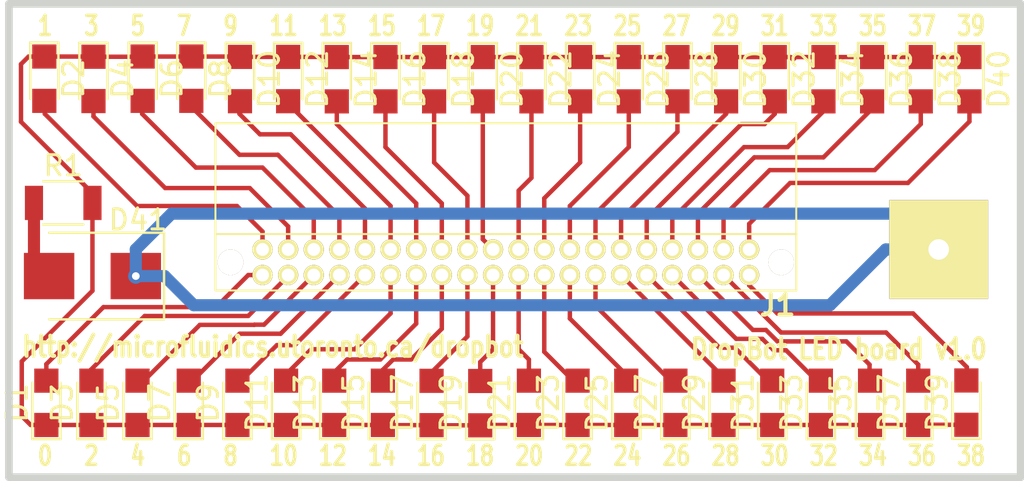
<source format=kicad_pcb>
(kicad_pcb (version 4) (host pcbnew 4.0.6)

  (general
    (links 82)
    (no_connects 0)
    (area 18.2744 19.037299 69.380101 42.913301)
    (thickness 1.6002)
    (drawings 8)
    (tracks 231)
    (zones 0)
    (modules 44)
    (nets 44)
  )

  (page USLetter)
  (title_block
    (title "Test board")
    (rev 1.0)
    (company "Ryan Fobel")
  )

  (layers
    (0 Front signal)
    (31 Back signal)
    (32 B.Adhes user)
    (33 F.Adhes user)
    (34 B.Paste user)
    (35 F.Paste user)
    (36 B.SilkS user)
    (37 F.SilkS user)
    (38 B.Mask user)
    (39 F.Mask user)
    (40 Dwgs.User user)
    (41 Cmts.User user)
    (42 Eco1.User user)
    (43 Eco2.User user)
    (44 Edge.Cuts user)
  )

  (setup
    (last_trace_width 0.22)
    (trace_clearance 0.22)
    (zone_clearance 0.762)
    (zone_45_only no)
    (trace_min 0.22)
    (segment_width 0.381)
    (edge_width 0.381)
    (via_size 0.762)
    (via_drill 0.381)
    (via_min_size 0.762)
    (via_min_drill 0.381)
    (uvia_size 0.508)
    (uvia_drill 0.127)
    (uvias_allowed no)
    (uvia_min_size 0.508)
    (uvia_min_drill 0.127)
    (pcb_text_width 0.3048)
    (pcb_text_size 1.524 2.032)
    (mod_edge_width 0.3048)
    (mod_text_size 1.524 1.524)
    (mod_text_width 0.3048)
    (pad_size 4.89966 4.89966)
    (pad_drill 1.016)
    (pad_to_mask_clearance 0.254)
    (aux_axis_origin 0 0)
    (visible_elements 7FFFFFFF)
    (pcbplotparams
      (layerselection 0x010f0_80000001)
      (usegerberextensions true)
      (excludeedgelayer true)
      (linewidth 0.150000)
      (plotframeref false)
      (viasonmask false)
      (mode 1)
      (useauxorigin false)
      (hpglpennumber 1)
      (hpglpenspeed 20)
      (hpglpendiameter 15)
      (hpglpenoverlay 0)
      (psnegative false)
      (psa4output false)
      (plotreference true)
      (plotvalue true)
      (plotinvisibletext false)
      (padsonsilk false)
      (subtractmaskfromsilk false)
      (outputformat 1)
      (mirror false)
      (drillshape 0)
      (scaleselection 1)
      (outputdirectory gerber/))
  )

  (net 0 "")
  (net 1 "Net-(D1-Pad2)")
  (net 2 "Net-(D1-Pad1)")
  (net 3 "Net-(D2-Pad2)")
  (net 4 "Net-(D3-Pad2)")
  (net 5 "Net-(D4-Pad2)")
  (net 6 "Net-(D5-Pad2)")
  (net 7 "Net-(D6-Pad2)")
  (net 8 "Net-(D7-Pad2)")
  (net 9 "Net-(D8-Pad2)")
  (net 10 "Net-(D9-Pad2)")
  (net 11 "Net-(D10-Pad2)")
  (net 12 "Net-(D11-Pad2)")
  (net 13 "Net-(D12-Pad2)")
  (net 14 "Net-(D13-Pad2)")
  (net 15 "Net-(D14-Pad2)")
  (net 16 "Net-(D15-Pad2)")
  (net 17 "Net-(D16-Pad2)")
  (net 18 "Net-(D17-Pad2)")
  (net 19 "Net-(D18-Pad2)")
  (net 20 "Net-(D19-Pad2)")
  (net 21 "Net-(D20-Pad2)")
  (net 22 "Net-(D21-Pad2)")
  (net 23 "Net-(D22-Pad2)")
  (net 24 "Net-(D23-Pad2)")
  (net 25 "Net-(D24-Pad2)")
  (net 26 "Net-(D25-Pad2)")
  (net 27 "Net-(D26-Pad2)")
  (net 28 "Net-(D27-Pad2)")
  (net 29 "Net-(D28-Pad2)")
  (net 30 "Net-(D29-Pad2)")
  (net 31 "Net-(D30-Pad2)")
  (net 32 "Net-(D31-Pad2)")
  (net 33 "Net-(D32-Pad2)")
  (net 34 "Net-(D33-Pad2)")
  (net 35 "Net-(D34-Pad2)")
  (net 36 "Net-(D35-Pad2)")
  (net 37 "Net-(D36-Pad2)")
  (net 38 "Net-(D37-Pad2)")
  (net 39 "Net-(D38-Pad2)")
  (net 40 "Net-(D39-Pad2)")
  (net 41 "Net-(D40-Pad2)")
  (net 42 "Net-(D41-Pad1)")
  (net 43 "Net-(D41-Pad2)")

  (net_class Default "This is the default net class."
    (clearance 0.22)
    (trace_width 0.22)
    (via_dia 0.762)
    (via_drill 0.381)
    (uvia_dia 0.508)
    (uvia_drill 0.127)
    (add_net "Net-(D1-Pad1)")
    (add_net "Net-(D1-Pad2)")
    (add_net "Net-(D10-Pad2)")
    (add_net "Net-(D11-Pad2)")
    (add_net "Net-(D12-Pad2)")
    (add_net "Net-(D13-Pad2)")
    (add_net "Net-(D14-Pad2)")
    (add_net "Net-(D15-Pad2)")
    (add_net "Net-(D16-Pad2)")
    (add_net "Net-(D17-Pad2)")
    (add_net "Net-(D18-Pad2)")
    (add_net "Net-(D19-Pad2)")
    (add_net "Net-(D2-Pad2)")
    (add_net "Net-(D20-Pad2)")
    (add_net "Net-(D21-Pad2)")
    (add_net "Net-(D22-Pad2)")
    (add_net "Net-(D23-Pad2)")
    (add_net "Net-(D24-Pad2)")
    (add_net "Net-(D25-Pad2)")
    (add_net "Net-(D26-Pad2)")
    (add_net "Net-(D27-Pad2)")
    (add_net "Net-(D28-Pad2)")
    (add_net "Net-(D29-Pad2)")
    (add_net "Net-(D3-Pad2)")
    (add_net "Net-(D30-Pad2)")
    (add_net "Net-(D31-Pad2)")
    (add_net "Net-(D32-Pad2)")
    (add_net "Net-(D33-Pad2)")
    (add_net "Net-(D34-Pad2)")
    (add_net "Net-(D35-Pad2)")
    (add_net "Net-(D36-Pad2)")
    (add_net "Net-(D37-Pad2)")
    (add_net "Net-(D38-Pad2)")
    (add_net "Net-(D39-Pad2)")
    (add_net "Net-(D4-Pad2)")
    (add_net "Net-(D40-Pad2)")
    (add_net "Net-(D41-Pad1)")
    (add_net "Net-(D41-Pad2)")
    (add_net "Net-(D5-Pad2)")
    (add_net "Net-(D6-Pad2)")
    (add_net "Net-(D7-Pad2)")
    (add_net "Net-(D8-Pad2)")
    (add_net "Net-(D9-Pad2)")
  )

  (module LEDs:LED_0805 (layer Front) (tedit 59959803) (tstamp 5B0437ED)
    (at 20.8788 39.032 90)
    (descr "LED 0805 smd package")
    (tags "LED led 0805 SMD smd SMT smt smdled SMDLED smtled SMTLED")
    (path /5B04288F)
    (attr smd)
    (fp_text reference D1 (at 0 -1.45 90) (layer F.SilkS)
      (effects (font (size 1 1) (thickness 0.15)))
    )
    (fp_text value LED (at 0 1.55 90) (layer F.Fab)
      (effects (font (size 1 1) (thickness 0.15)))
    )
    (fp_line (start -1.8 -0.7) (end -1.8 0.7) (layer F.SilkS) (width 0.12))
    (fp_line (start -0.4 -0.4) (end -0.4 0.4) (layer F.Fab) (width 0.1))
    (fp_line (start -0.4 0) (end 0.2 -0.4) (layer F.Fab) (width 0.1))
    (fp_line (start 0.2 0.4) (end -0.4 0) (layer F.Fab) (width 0.1))
    (fp_line (start 0.2 -0.4) (end 0.2 0.4) (layer F.Fab) (width 0.1))
    (fp_line (start 1 0.6) (end -1 0.6) (layer F.Fab) (width 0.1))
    (fp_line (start 1 -0.6) (end 1 0.6) (layer F.Fab) (width 0.1))
    (fp_line (start -1 -0.6) (end 1 -0.6) (layer F.Fab) (width 0.1))
    (fp_line (start -1 0.6) (end -1 -0.6) (layer F.Fab) (width 0.1))
    (fp_line (start -1.8 0.7) (end 1 0.7) (layer F.SilkS) (width 0.12))
    (fp_line (start -1.8 -0.7) (end 1 -0.7) (layer F.SilkS) (width 0.12))
    (fp_line (start 1.95 -0.85) (end 1.95 0.85) (layer F.CrtYd) (width 0.05))
    (fp_line (start 1.95 0.85) (end -1.95 0.85) (layer F.CrtYd) (width 0.05))
    (fp_line (start -1.95 0.85) (end -1.95 -0.85) (layer F.CrtYd) (width 0.05))
    (fp_line (start -1.95 -0.85) (end 1.95 -0.85) (layer F.CrtYd) (width 0.05))
    (fp_text user %R (at 0 -1.25 90) (layer F.Fab)
      (effects (font (size 0.4 0.4) (thickness 0.1)))
    )
    (pad 2 smd rect (at 1.1 0 270) (size 1.2 1.2) (layers Front F.Paste F.Mask)
      (net 1 "Net-(D1-Pad2)"))
    (pad 1 smd rect (at -1.1 0 270) (size 1.2 1.2) (layers Front F.Paste F.Mask)
      (net 2 "Net-(D1-Pad1)"))
    (model ${KISYS3DMOD}/LEDs.3dshapes/LED_0805.wrl
      (at (xyz 0 0 0))
      (scale (xyz 1 1 1))
      (rotate (xyz 0 0 180))
    )
  )

  (module LEDs:LED_0805 (layer Front) (tedit 59959803) (tstamp 5B0437F3)
    (at 20.7772 22.944 270)
    (descr "LED 0805 smd package")
    (tags "LED led 0805 SMD smd SMT smt smdled SMDLED smtled SMTLED")
    (path /5B0428CA)
    (attr smd)
    (fp_text reference D2 (at 0 -1.45 270) (layer F.SilkS)
      (effects (font (size 1 1) (thickness 0.15)))
    )
    (fp_text value LED (at 0 1.55 270) (layer F.Fab)
      (effects (font (size 1 1) (thickness 0.15)))
    )
    (fp_line (start -1.8 -0.7) (end -1.8 0.7) (layer F.SilkS) (width 0.12))
    (fp_line (start -0.4 -0.4) (end -0.4 0.4) (layer F.Fab) (width 0.1))
    (fp_line (start -0.4 0) (end 0.2 -0.4) (layer F.Fab) (width 0.1))
    (fp_line (start 0.2 0.4) (end -0.4 0) (layer F.Fab) (width 0.1))
    (fp_line (start 0.2 -0.4) (end 0.2 0.4) (layer F.Fab) (width 0.1))
    (fp_line (start 1 0.6) (end -1 0.6) (layer F.Fab) (width 0.1))
    (fp_line (start 1 -0.6) (end 1 0.6) (layer F.Fab) (width 0.1))
    (fp_line (start -1 -0.6) (end 1 -0.6) (layer F.Fab) (width 0.1))
    (fp_line (start -1 0.6) (end -1 -0.6) (layer F.Fab) (width 0.1))
    (fp_line (start -1.8 0.7) (end 1 0.7) (layer F.SilkS) (width 0.12))
    (fp_line (start -1.8 -0.7) (end 1 -0.7) (layer F.SilkS) (width 0.12))
    (fp_line (start 1.95 -0.85) (end 1.95 0.85) (layer F.CrtYd) (width 0.05))
    (fp_line (start 1.95 0.85) (end -1.95 0.85) (layer F.CrtYd) (width 0.05))
    (fp_line (start -1.95 0.85) (end -1.95 -0.85) (layer F.CrtYd) (width 0.05))
    (fp_line (start -1.95 -0.85) (end 1.95 -0.85) (layer F.CrtYd) (width 0.05))
    (fp_text user %R (at 0 -1.25 270) (layer F.Fab)
      (effects (font (size 0.4 0.4) (thickness 0.1)))
    )
    (pad 2 smd rect (at 1.1 0 90) (size 1.2 1.2) (layers Front F.Paste F.Mask)
      (net 3 "Net-(D2-Pad2)"))
    (pad 1 smd rect (at -1.1 0 90) (size 1.2 1.2) (layers Front F.Paste F.Mask)
      (net 2 "Net-(D1-Pad1)"))
    (model ${KISYS3DMOD}/LEDs.3dshapes/LED_0805.wrl
      (at (xyz 0 0 0))
      (scale (xyz 1 1 1))
      (rotate (xyz 0 0 180))
    )
  )

  (module LEDs:LED_0805 (layer Front) (tedit 59959803) (tstamp 5B0437F9)
    (at 23.114 39.032 90)
    (descr "LED 0805 smd package")
    (tags "LED led 0805 SMD smd SMT smt smdled SMDLED smtled SMTLED")
    (path /5B0428F9)
    (attr smd)
    (fp_text reference D3 (at 0 -1.45 90) (layer F.SilkS)
      (effects (font (size 1 1) (thickness 0.15)))
    )
    (fp_text value LED (at 0 1.55 90) (layer F.Fab)
      (effects (font (size 1 1) (thickness 0.15)))
    )
    (fp_line (start -1.8 -0.7) (end -1.8 0.7) (layer F.SilkS) (width 0.12))
    (fp_line (start -0.4 -0.4) (end -0.4 0.4) (layer F.Fab) (width 0.1))
    (fp_line (start -0.4 0) (end 0.2 -0.4) (layer F.Fab) (width 0.1))
    (fp_line (start 0.2 0.4) (end -0.4 0) (layer F.Fab) (width 0.1))
    (fp_line (start 0.2 -0.4) (end 0.2 0.4) (layer F.Fab) (width 0.1))
    (fp_line (start 1 0.6) (end -1 0.6) (layer F.Fab) (width 0.1))
    (fp_line (start 1 -0.6) (end 1 0.6) (layer F.Fab) (width 0.1))
    (fp_line (start -1 -0.6) (end 1 -0.6) (layer F.Fab) (width 0.1))
    (fp_line (start -1 0.6) (end -1 -0.6) (layer F.Fab) (width 0.1))
    (fp_line (start -1.8 0.7) (end 1 0.7) (layer F.SilkS) (width 0.12))
    (fp_line (start -1.8 -0.7) (end 1 -0.7) (layer F.SilkS) (width 0.12))
    (fp_line (start 1.95 -0.85) (end 1.95 0.85) (layer F.CrtYd) (width 0.05))
    (fp_line (start 1.95 0.85) (end -1.95 0.85) (layer F.CrtYd) (width 0.05))
    (fp_line (start -1.95 0.85) (end -1.95 -0.85) (layer F.CrtYd) (width 0.05))
    (fp_line (start -1.95 -0.85) (end 1.95 -0.85) (layer F.CrtYd) (width 0.05))
    (fp_text user %R (at 0 -1.25 90) (layer F.Fab)
      (effects (font (size 0.4 0.4) (thickness 0.1)))
    )
    (pad 2 smd rect (at 1.1 0 270) (size 1.2 1.2) (layers Front F.Paste F.Mask)
      (net 4 "Net-(D3-Pad2)"))
    (pad 1 smd rect (at -1.1 0 270) (size 1.2 1.2) (layers Front F.Paste F.Mask)
      (net 2 "Net-(D1-Pad1)"))
    (model ${KISYS3DMOD}/LEDs.3dshapes/LED_0805.wrl
      (at (xyz 0 0 0))
      (scale (xyz 1 1 1))
      (rotate (xyz 0 0 180))
    )
  )

  (module LEDs:LED_0805 (layer Front) (tedit 59959803) (tstamp 5B0437FF)
    (at 23.2156 22.9538 270)
    (descr "LED 0805 smd package")
    (tags "LED led 0805 SMD smd SMT smt smdled SMDLED smtled SMTLED")
    (path /5B04292E)
    (attr smd)
    (fp_text reference D4 (at 0 -1.45 270) (layer F.SilkS)
      (effects (font (size 1 1) (thickness 0.15)))
    )
    (fp_text value LED (at 0 1.55 270) (layer F.Fab)
      (effects (font (size 1 1) (thickness 0.15)))
    )
    (fp_line (start -1.8 -0.7) (end -1.8 0.7) (layer F.SilkS) (width 0.12))
    (fp_line (start -0.4 -0.4) (end -0.4 0.4) (layer F.Fab) (width 0.1))
    (fp_line (start -0.4 0) (end 0.2 -0.4) (layer F.Fab) (width 0.1))
    (fp_line (start 0.2 0.4) (end -0.4 0) (layer F.Fab) (width 0.1))
    (fp_line (start 0.2 -0.4) (end 0.2 0.4) (layer F.Fab) (width 0.1))
    (fp_line (start 1 0.6) (end -1 0.6) (layer F.Fab) (width 0.1))
    (fp_line (start 1 -0.6) (end 1 0.6) (layer F.Fab) (width 0.1))
    (fp_line (start -1 -0.6) (end 1 -0.6) (layer F.Fab) (width 0.1))
    (fp_line (start -1 0.6) (end -1 -0.6) (layer F.Fab) (width 0.1))
    (fp_line (start -1.8 0.7) (end 1 0.7) (layer F.SilkS) (width 0.12))
    (fp_line (start -1.8 -0.7) (end 1 -0.7) (layer F.SilkS) (width 0.12))
    (fp_line (start 1.95 -0.85) (end 1.95 0.85) (layer F.CrtYd) (width 0.05))
    (fp_line (start 1.95 0.85) (end -1.95 0.85) (layer F.CrtYd) (width 0.05))
    (fp_line (start -1.95 0.85) (end -1.95 -0.85) (layer F.CrtYd) (width 0.05))
    (fp_line (start -1.95 -0.85) (end 1.95 -0.85) (layer F.CrtYd) (width 0.05))
    (fp_text user %R (at 0 -1.25 270) (layer F.Fab)
      (effects (font (size 0.4 0.4) (thickness 0.1)))
    )
    (pad 2 smd rect (at 1.1 0 90) (size 1.2 1.2) (layers Front F.Paste F.Mask)
      (net 5 "Net-(D4-Pad2)"))
    (pad 1 smd rect (at -1.1 0 90) (size 1.2 1.2) (layers Front F.Paste F.Mask)
      (net 2 "Net-(D1-Pad1)"))
    (model ${KISYS3DMOD}/LEDs.3dshapes/LED_0805.wrl
      (at (xyz 0 0 0))
      (scale (xyz 1 1 1))
      (rotate (xyz 0 0 180))
    )
  )

  (module LEDs:LED_0805 (layer Front) (tedit 59959803) (tstamp 5B043805)
    (at 25.4 39.032 90)
    (descr "LED 0805 smd package")
    (tags "LED led 0805 SMD smd SMT smt smdled SMDLED smtled SMTLED")
    (path /5B042965)
    (attr smd)
    (fp_text reference D5 (at 0 -1.45 90) (layer F.SilkS)
      (effects (font (size 1 1) (thickness 0.15)))
    )
    (fp_text value LED (at 0 1.55 90) (layer F.Fab)
      (effects (font (size 1 1) (thickness 0.15)))
    )
    (fp_line (start -1.8 -0.7) (end -1.8 0.7) (layer F.SilkS) (width 0.12))
    (fp_line (start -0.4 -0.4) (end -0.4 0.4) (layer F.Fab) (width 0.1))
    (fp_line (start -0.4 0) (end 0.2 -0.4) (layer F.Fab) (width 0.1))
    (fp_line (start 0.2 0.4) (end -0.4 0) (layer F.Fab) (width 0.1))
    (fp_line (start 0.2 -0.4) (end 0.2 0.4) (layer F.Fab) (width 0.1))
    (fp_line (start 1 0.6) (end -1 0.6) (layer F.Fab) (width 0.1))
    (fp_line (start 1 -0.6) (end 1 0.6) (layer F.Fab) (width 0.1))
    (fp_line (start -1 -0.6) (end 1 -0.6) (layer F.Fab) (width 0.1))
    (fp_line (start -1 0.6) (end -1 -0.6) (layer F.Fab) (width 0.1))
    (fp_line (start -1.8 0.7) (end 1 0.7) (layer F.SilkS) (width 0.12))
    (fp_line (start -1.8 -0.7) (end 1 -0.7) (layer F.SilkS) (width 0.12))
    (fp_line (start 1.95 -0.85) (end 1.95 0.85) (layer F.CrtYd) (width 0.05))
    (fp_line (start 1.95 0.85) (end -1.95 0.85) (layer F.CrtYd) (width 0.05))
    (fp_line (start -1.95 0.85) (end -1.95 -0.85) (layer F.CrtYd) (width 0.05))
    (fp_line (start -1.95 -0.85) (end 1.95 -0.85) (layer F.CrtYd) (width 0.05))
    (fp_text user %R (at 0 -1.25 90) (layer F.Fab)
      (effects (font (size 0.4 0.4) (thickness 0.1)))
    )
    (pad 2 smd rect (at 1.1 0 270) (size 1.2 1.2) (layers Front F.Paste F.Mask)
      (net 6 "Net-(D5-Pad2)"))
    (pad 1 smd rect (at -1.1 0 270) (size 1.2 1.2) (layers Front F.Paste F.Mask)
      (net 2 "Net-(D1-Pad1)"))
    (model ${KISYS3DMOD}/LEDs.3dshapes/LED_0805.wrl
      (at (xyz 0 0 0))
      (scale (xyz 1 1 1))
      (rotate (xyz 0 0 180))
    )
  )

  (module LEDs:LED_0805 (layer Front) (tedit 59959803) (tstamp 5B04380B)
    (at 25.654 22.944 270)
    (descr "LED 0805 smd package")
    (tags "LED led 0805 SMD smd SMT smt smdled SMDLED smtled SMTLED")
    (path /5B0429A4)
    (attr smd)
    (fp_text reference D6 (at 0 -1.45 270) (layer F.SilkS)
      (effects (font (size 1 1) (thickness 0.15)))
    )
    (fp_text value LED (at 0 1.55 270) (layer F.Fab)
      (effects (font (size 1 1) (thickness 0.15)))
    )
    (fp_line (start -1.8 -0.7) (end -1.8 0.7) (layer F.SilkS) (width 0.12))
    (fp_line (start -0.4 -0.4) (end -0.4 0.4) (layer F.Fab) (width 0.1))
    (fp_line (start -0.4 0) (end 0.2 -0.4) (layer F.Fab) (width 0.1))
    (fp_line (start 0.2 0.4) (end -0.4 0) (layer F.Fab) (width 0.1))
    (fp_line (start 0.2 -0.4) (end 0.2 0.4) (layer F.Fab) (width 0.1))
    (fp_line (start 1 0.6) (end -1 0.6) (layer F.Fab) (width 0.1))
    (fp_line (start 1 -0.6) (end 1 0.6) (layer F.Fab) (width 0.1))
    (fp_line (start -1 -0.6) (end 1 -0.6) (layer F.Fab) (width 0.1))
    (fp_line (start -1 0.6) (end -1 -0.6) (layer F.Fab) (width 0.1))
    (fp_line (start -1.8 0.7) (end 1 0.7) (layer F.SilkS) (width 0.12))
    (fp_line (start -1.8 -0.7) (end 1 -0.7) (layer F.SilkS) (width 0.12))
    (fp_line (start 1.95 -0.85) (end 1.95 0.85) (layer F.CrtYd) (width 0.05))
    (fp_line (start 1.95 0.85) (end -1.95 0.85) (layer F.CrtYd) (width 0.05))
    (fp_line (start -1.95 0.85) (end -1.95 -0.85) (layer F.CrtYd) (width 0.05))
    (fp_line (start -1.95 -0.85) (end 1.95 -0.85) (layer F.CrtYd) (width 0.05))
    (fp_text user %R (at 0 -1.25 270) (layer F.Fab)
      (effects (font (size 0.4 0.4) (thickness 0.1)))
    )
    (pad 2 smd rect (at 1.1 0 90) (size 1.2 1.2) (layers Front F.Paste F.Mask)
      (net 7 "Net-(D6-Pad2)"))
    (pad 1 smd rect (at -1.1 0 90) (size 1.2 1.2) (layers Front F.Paste F.Mask)
      (net 2 "Net-(D1-Pad1)"))
    (model ${KISYS3DMOD}/LEDs.3dshapes/LED_0805.wrl
      (at (xyz 0 0 0))
      (scale (xyz 1 1 1))
      (rotate (xyz 0 0 180))
    )
  )

  (module LEDs:LED_0805 (layer Front) (tedit 59959803) (tstamp 5B043811)
    (at 27.94 39.032 90)
    (descr "LED 0805 smd package")
    (tags "LED led 0805 SMD smd SMT smt smdled SMDLED smtled SMTLED")
    (path /5B0429D5)
    (attr smd)
    (fp_text reference D7 (at 0 -1.45 90) (layer F.SilkS)
      (effects (font (size 1 1) (thickness 0.15)))
    )
    (fp_text value LED (at 0 1.55 90) (layer F.Fab)
      (effects (font (size 1 1) (thickness 0.15)))
    )
    (fp_line (start -1.8 -0.7) (end -1.8 0.7) (layer F.SilkS) (width 0.12))
    (fp_line (start -0.4 -0.4) (end -0.4 0.4) (layer F.Fab) (width 0.1))
    (fp_line (start -0.4 0) (end 0.2 -0.4) (layer F.Fab) (width 0.1))
    (fp_line (start 0.2 0.4) (end -0.4 0) (layer F.Fab) (width 0.1))
    (fp_line (start 0.2 -0.4) (end 0.2 0.4) (layer F.Fab) (width 0.1))
    (fp_line (start 1 0.6) (end -1 0.6) (layer F.Fab) (width 0.1))
    (fp_line (start 1 -0.6) (end 1 0.6) (layer F.Fab) (width 0.1))
    (fp_line (start -1 -0.6) (end 1 -0.6) (layer F.Fab) (width 0.1))
    (fp_line (start -1 0.6) (end -1 -0.6) (layer F.Fab) (width 0.1))
    (fp_line (start -1.8 0.7) (end 1 0.7) (layer F.SilkS) (width 0.12))
    (fp_line (start -1.8 -0.7) (end 1 -0.7) (layer F.SilkS) (width 0.12))
    (fp_line (start 1.95 -0.85) (end 1.95 0.85) (layer F.CrtYd) (width 0.05))
    (fp_line (start 1.95 0.85) (end -1.95 0.85) (layer F.CrtYd) (width 0.05))
    (fp_line (start -1.95 0.85) (end -1.95 -0.85) (layer F.CrtYd) (width 0.05))
    (fp_line (start -1.95 -0.85) (end 1.95 -0.85) (layer F.CrtYd) (width 0.05))
    (fp_text user %R (at 0 -1.25 90) (layer F.Fab)
      (effects (font (size 0.4 0.4) (thickness 0.1)))
    )
    (pad 2 smd rect (at 1.1 0 270) (size 1.2 1.2) (layers Front F.Paste F.Mask)
      (net 8 "Net-(D7-Pad2)"))
    (pad 1 smd rect (at -1.1 0 270) (size 1.2 1.2) (layers Front F.Paste F.Mask)
      (net 2 "Net-(D1-Pad1)"))
    (model ${KISYS3DMOD}/LEDs.3dshapes/LED_0805.wrl
      (at (xyz 0 0 0))
      (scale (xyz 1 1 1))
      (rotate (xyz 0 0 180))
    )
  )

  (module LEDs:LED_0805 (layer Front) (tedit 59959803) (tstamp 5B043817)
    (at 28.067 22.944 270)
    (descr "LED 0805 smd package")
    (tags "LED led 0805 SMD smd SMT smt smdled SMDLED smtled SMTLED")
    (path /5B042A0A)
    (attr smd)
    (fp_text reference D8 (at 0 -1.45 270) (layer F.SilkS)
      (effects (font (size 1 1) (thickness 0.15)))
    )
    (fp_text value LED (at 0 1.55 270) (layer F.Fab)
      (effects (font (size 1 1) (thickness 0.15)))
    )
    (fp_line (start -1.8 -0.7) (end -1.8 0.7) (layer F.SilkS) (width 0.12))
    (fp_line (start -0.4 -0.4) (end -0.4 0.4) (layer F.Fab) (width 0.1))
    (fp_line (start -0.4 0) (end 0.2 -0.4) (layer F.Fab) (width 0.1))
    (fp_line (start 0.2 0.4) (end -0.4 0) (layer F.Fab) (width 0.1))
    (fp_line (start 0.2 -0.4) (end 0.2 0.4) (layer F.Fab) (width 0.1))
    (fp_line (start 1 0.6) (end -1 0.6) (layer F.Fab) (width 0.1))
    (fp_line (start 1 -0.6) (end 1 0.6) (layer F.Fab) (width 0.1))
    (fp_line (start -1 -0.6) (end 1 -0.6) (layer F.Fab) (width 0.1))
    (fp_line (start -1 0.6) (end -1 -0.6) (layer F.Fab) (width 0.1))
    (fp_line (start -1.8 0.7) (end 1 0.7) (layer F.SilkS) (width 0.12))
    (fp_line (start -1.8 -0.7) (end 1 -0.7) (layer F.SilkS) (width 0.12))
    (fp_line (start 1.95 -0.85) (end 1.95 0.85) (layer F.CrtYd) (width 0.05))
    (fp_line (start 1.95 0.85) (end -1.95 0.85) (layer F.CrtYd) (width 0.05))
    (fp_line (start -1.95 0.85) (end -1.95 -0.85) (layer F.CrtYd) (width 0.05))
    (fp_line (start -1.95 -0.85) (end 1.95 -0.85) (layer F.CrtYd) (width 0.05))
    (fp_text user %R (at 0 -1.25 270) (layer F.Fab)
      (effects (font (size 0.4 0.4) (thickness 0.1)))
    )
    (pad 2 smd rect (at 1.1 0 90) (size 1.2 1.2) (layers Front F.Paste F.Mask)
      (net 9 "Net-(D8-Pad2)"))
    (pad 1 smd rect (at -1.1 0 90) (size 1.2 1.2) (layers Front F.Paste F.Mask)
      (net 2 "Net-(D1-Pad1)"))
    (model ${KISYS3DMOD}/LEDs.3dshapes/LED_0805.wrl
      (at (xyz 0 0 0))
      (scale (xyz 1 1 1))
      (rotate (xyz 0 0 180))
    )
  )

  (module LEDs:LED_0805 (layer Front) (tedit 59959803) (tstamp 5B04381D)
    (at 30.353 39.032 90)
    (descr "LED 0805 smd package")
    (tags "LED led 0805 SMD smd SMT smt smdled SMDLED smtled SMTLED")
    (path /5B042A3D)
    (attr smd)
    (fp_text reference D9 (at 0 -1.45 90) (layer F.SilkS)
      (effects (font (size 1 1) (thickness 0.15)))
    )
    (fp_text value LED (at 0 1.55 90) (layer F.Fab)
      (effects (font (size 1 1) (thickness 0.15)))
    )
    (fp_line (start -1.8 -0.7) (end -1.8 0.7) (layer F.SilkS) (width 0.12))
    (fp_line (start -0.4 -0.4) (end -0.4 0.4) (layer F.Fab) (width 0.1))
    (fp_line (start -0.4 0) (end 0.2 -0.4) (layer F.Fab) (width 0.1))
    (fp_line (start 0.2 0.4) (end -0.4 0) (layer F.Fab) (width 0.1))
    (fp_line (start 0.2 -0.4) (end 0.2 0.4) (layer F.Fab) (width 0.1))
    (fp_line (start 1 0.6) (end -1 0.6) (layer F.Fab) (width 0.1))
    (fp_line (start 1 -0.6) (end 1 0.6) (layer F.Fab) (width 0.1))
    (fp_line (start -1 -0.6) (end 1 -0.6) (layer F.Fab) (width 0.1))
    (fp_line (start -1 0.6) (end -1 -0.6) (layer F.Fab) (width 0.1))
    (fp_line (start -1.8 0.7) (end 1 0.7) (layer F.SilkS) (width 0.12))
    (fp_line (start -1.8 -0.7) (end 1 -0.7) (layer F.SilkS) (width 0.12))
    (fp_line (start 1.95 -0.85) (end 1.95 0.85) (layer F.CrtYd) (width 0.05))
    (fp_line (start 1.95 0.85) (end -1.95 0.85) (layer F.CrtYd) (width 0.05))
    (fp_line (start -1.95 0.85) (end -1.95 -0.85) (layer F.CrtYd) (width 0.05))
    (fp_line (start -1.95 -0.85) (end 1.95 -0.85) (layer F.CrtYd) (width 0.05))
    (fp_text user %R (at 0 -1.25 90) (layer F.Fab)
      (effects (font (size 0.4 0.4) (thickness 0.1)))
    )
    (pad 2 smd rect (at 1.1 0 270) (size 1.2 1.2) (layers Front F.Paste F.Mask)
      (net 10 "Net-(D9-Pad2)"))
    (pad 1 smd rect (at -1.1 0 270) (size 1.2 1.2) (layers Front F.Paste F.Mask)
      (net 2 "Net-(D1-Pad1)"))
    (model ${KISYS3DMOD}/LEDs.3dshapes/LED_0805.wrl
      (at (xyz 0 0 0))
      (scale (xyz 1 1 1))
      (rotate (xyz 0 0 180))
    )
  )

  (module LEDs:LED_0805 (layer Front) (tedit 59959803) (tstamp 5B043823)
    (at 30.48 22.9616 270)
    (descr "LED 0805 smd package")
    (tags "LED led 0805 SMD smd SMT smt smdled SMDLED smtled SMTLED")
    (path /5B042A72)
    (attr smd)
    (fp_text reference D10 (at 0 -1.45 270) (layer F.SilkS)
      (effects (font (size 1 1) (thickness 0.15)))
    )
    (fp_text value LED (at 0 1.55 270) (layer F.Fab)
      (effects (font (size 1 1) (thickness 0.15)))
    )
    (fp_line (start -1.8 -0.7) (end -1.8 0.7) (layer F.SilkS) (width 0.12))
    (fp_line (start -0.4 -0.4) (end -0.4 0.4) (layer F.Fab) (width 0.1))
    (fp_line (start -0.4 0) (end 0.2 -0.4) (layer F.Fab) (width 0.1))
    (fp_line (start 0.2 0.4) (end -0.4 0) (layer F.Fab) (width 0.1))
    (fp_line (start 0.2 -0.4) (end 0.2 0.4) (layer F.Fab) (width 0.1))
    (fp_line (start 1 0.6) (end -1 0.6) (layer F.Fab) (width 0.1))
    (fp_line (start 1 -0.6) (end 1 0.6) (layer F.Fab) (width 0.1))
    (fp_line (start -1 -0.6) (end 1 -0.6) (layer F.Fab) (width 0.1))
    (fp_line (start -1 0.6) (end -1 -0.6) (layer F.Fab) (width 0.1))
    (fp_line (start -1.8 0.7) (end 1 0.7) (layer F.SilkS) (width 0.12))
    (fp_line (start -1.8 -0.7) (end 1 -0.7) (layer F.SilkS) (width 0.12))
    (fp_line (start 1.95 -0.85) (end 1.95 0.85) (layer F.CrtYd) (width 0.05))
    (fp_line (start 1.95 0.85) (end -1.95 0.85) (layer F.CrtYd) (width 0.05))
    (fp_line (start -1.95 0.85) (end -1.95 -0.85) (layer F.CrtYd) (width 0.05))
    (fp_line (start -1.95 -0.85) (end 1.95 -0.85) (layer F.CrtYd) (width 0.05))
    (fp_text user %R (at 0 -1.25 270) (layer F.Fab)
      (effects (font (size 0.4 0.4) (thickness 0.1)))
    )
    (pad 2 smd rect (at 1.1 0 90) (size 1.2 1.2) (layers Front F.Paste F.Mask)
      (net 11 "Net-(D10-Pad2)"))
    (pad 1 smd rect (at -1.1 0 90) (size 1.2 1.2) (layers Front F.Paste F.Mask)
      (net 2 "Net-(D1-Pad1)"))
    (model ${KISYS3DMOD}/LEDs.3dshapes/LED_0805.wrl
      (at (xyz 0 0 0))
      (scale (xyz 1 1 1))
      (rotate (xyz 0 0 180))
    )
  )

  (module LEDs:LED_0805 (layer Front) (tedit 59959803) (tstamp 5B043829)
    (at 32.766 39.032 90)
    (descr "LED 0805 smd package")
    (tags "LED led 0805 SMD smd SMT smt smdled SMDLED smtled SMTLED")
    (path /5B042AAB)
    (attr smd)
    (fp_text reference D11 (at 0 -1.45 90) (layer F.SilkS)
      (effects (font (size 1 1) (thickness 0.15)))
    )
    (fp_text value LED (at 0 1.55 90) (layer F.Fab)
      (effects (font (size 1 1) (thickness 0.15)))
    )
    (fp_line (start -1.8 -0.7) (end -1.8 0.7) (layer F.SilkS) (width 0.12))
    (fp_line (start -0.4 -0.4) (end -0.4 0.4) (layer F.Fab) (width 0.1))
    (fp_line (start -0.4 0) (end 0.2 -0.4) (layer F.Fab) (width 0.1))
    (fp_line (start 0.2 0.4) (end -0.4 0) (layer F.Fab) (width 0.1))
    (fp_line (start 0.2 -0.4) (end 0.2 0.4) (layer F.Fab) (width 0.1))
    (fp_line (start 1 0.6) (end -1 0.6) (layer F.Fab) (width 0.1))
    (fp_line (start 1 -0.6) (end 1 0.6) (layer F.Fab) (width 0.1))
    (fp_line (start -1 -0.6) (end 1 -0.6) (layer F.Fab) (width 0.1))
    (fp_line (start -1 0.6) (end -1 -0.6) (layer F.Fab) (width 0.1))
    (fp_line (start -1.8 0.7) (end 1 0.7) (layer F.SilkS) (width 0.12))
    (fp_line (start -1.8 -0.7) (end 1 -0.7) (layer F.SilkS) (width 0.12))
    (fp_line (start 1.95 -0.85) (end 1.95 0.85) (layer F.CrtYd) (width 0.05))
    (fp_line (start 1.95 0.85) (end -1.95 0.85) (layer F.CrtYd) (width 0.05))
    (fp_line (start -1.95 0.85) (end -1.95 -0.85) (layer F.CrtYd) (width 0.05))
    (fp_line (start -1.95 -0.85) (end 1.95 -0.85) (layer F.CrtYd) (width 0.05))
    (fp_text user %R (at 0 -1.25 90) (layer F.Fab)
      (effects (font (size 0.4 0.4) (thickness 0.1)))
    )
    (pad 2 smd rect (at 1.1 0 270) (size 1.2 1.2) (layers Front F.Paste F.Mask)
      (net 12 "Net-(D11-Pad2)"))
    (pad 1 smd rect (at -1.1 0 270) (size 1.2 1.2) (layers Front F.Paste F.Mask)
      (net 2 "Net-(D1-Pad1)"))
    (model ${KISYS3DMOD}/LEDs.3dshapes/LED_0805.wrl
      (at (xyz 0 0 0))
      (scale (xyz 1 1 1))
      (rotate (xyz 0 0 180))
    )
  )

  (module LEDs:LED_0805 (layer Front) (tedit 59959803) (tstamp 5B04382F)
    (at 32.8676 22.9616 270)
    (descr "LED 0805 smd package")
    (tags "LED led 0805 SMD smd SMT smt smdled SMDLED smtled SMTLED")
    (path /5B042AEC)
    (attr smd)
    (fp_text reference D12 (at 0 -1.45 270) (layer F.SilkS)
      (effects (font (size 1 1) (thickness 0.15)))
    )
    (fp_text value LED (at 0 1.55 270) (layer F.Fab)
      (effects (font (size 1 1) (thickness 0.15)))
    )
    (fp_line (start -1.8 -0.7) (end -1.8 0.7) (layer F.SilkS) (width 0.12))
    (fp_line (start -0.4 -0.4) (end -0.4 0.4) (layer F.Fab) (width 0.1))
    (fp_line (start -0.4 0) (end 0.2 -0.4) (layer F.Fab) (width 0.1))
    (fp_line (start 0.2 0.4) (end -0.4 0) (layer F.Fab) (width 0.1))
    (fp_line (start 0.2 -0.4) (end 0.2 0.4) (layer F.Fab) (width 0.1))
    (fp_line (start 1 0.6) (end -1 0.6) (layer F.Fab) (width 0.1))
    (fp_line (start 1 -0.6) (end 1 0.6) (layer F.Fab) (width 0.1))
    (fp_line (start -1 -0.6) (end 1 -0.6) (layer F.Fab) (width 0.1))
    (fp_line (start -1 0.6) (end -1 -0.6) (layer F.Fab) (width 0.1))
    (fp_line (start -1.8 0.7) (end 1 0.7) (layer F.SilkS) (width 0.12))
    (fp_line (start -1.8 -0.7) (end 1 -0.7) (layer F.SilkS) (width 0.12))
    (fp_line (start 1.95 -0.85) (end 1.95 0.85) (layer F.CrtYd) (width 0.05))
    (fp_line (start 1.95 0.85) (end -1.95 0.85) (layer F.CrtYd) (width 0.05))
    (fp_line (start -1.95 0.85) (end -1.95 -0.85) (layer F.CrtYd) (width 0.05))
    (fp_line (start -1.95 -0.85) (end 1.95 -0.85) (layer F.CrtYd) (width 0.05))
    (fp_text user %R (at 0 -1.25 270) (layer F.Fab)
      (effects (font (size 0.4 0.4) (thickness 0.1)))
    )
    (pad 2 smd rect (at 1.1 0 90) (size 1.2 1.2) (layers Front F.Paste F.Mask)
      (net 13 "Net-(D12-Pad2)"))
    (pad 1 smd rect (at -1.1 0 90) (size 1.2 1.2) (layers Front F.Paste F.Mask)
      (net 2 "Net-(D1-Pad1)"))
    (model ${KISYS3DMOD}/LEDs.3dshapes/LED_0805.wrl
      (at (xyz 0 0 0))
      (scale (xyz 1 1 1))
      (rotate (xyz 0 0 180))
    )
  )

  (module LEDs:LED_0805 (layer Front) (tedit 59959803) (tstamp 5B043835)
    (at 35.1536 39.032 90)
    (descr "LED 0805 smd package")
    (tags "LED led 0805 SMD smd SMT smt smdled SMDLED smtled SMTLED")
    (path /5B042C1F)
    (attr smd)
    (fp_text reference D13 (at 0 -1.45 90) (layer F.SilkS)
      (effects (font (size 1 1) (thickness 0.15)))
    )
    (fp_text value LED (at 0 1.55 90) (layer F.Fab)
      (effects (font (size 1 1) (thickness 0.15)))
    )
    (fp_line (start -1.8 -0.7) (end -1.8 0.7) (layer F.SilkS) (width 0.12))
    (fp_line (start -0.4 -0.4) (end -0.4 0.4) (layer F.Fab) (width 0.1))
    (fp_line (start -0.4 0) (end 0.2 -0.4) (layer F.Fab) (width 0.1))
    (fp_line (start 0.2 0.4) (end -0.4 0) (layer F.Fab) (width 0.1))
    (fp_line (start 0.2 -0.4) (end 0.2 0.4) (layer F.Fab) (width 0.1))
    (fp_line (start 1 0.6) (end -1 0.6) (layer F.Fab) (width 0.1))
    (fp_line (start 1 -0.6) (end 1 0.6) (layer F.Fab) (width 0.1))
    (fp_line (start -1 -0.6) (end 1 -0.6) (layer F.Fab) (width 0.1))
    (fp_line (start -1 0.6) (end -1 -0.6) (layer F.Fab) (width 0.1))
    (fp_line (start -1.8 0.7) (end 1 0.7) (layer F.SilkS) (width 0.12))
    (fp_line (start -1.8 -0.7) (end 1 -0.7) (layer F.SilkS) (width 0.12))
    (fp_line (start 1.95 -0.85) (end 1.95 0.85) (layer F.CrtYd) (width 0.05))
    (fp_line (start 1.95 0.85) (end -1.95 0.85) (layer F.CrtYd) (width 0.05))
    (fp_line (start -1.95 0.85) (end -1.95 -0.85) (layer F.CrtYd) (width 0.05))
    (fp_line (start -1.95 -0.85) (end 1.95 -0.85) (layer F.CrtYd) (width 0.05))
    (fp_text user %R (at 0 -1.25 90) (layer F.Fab)
      (effects (font (size 0.4 0.4) (thickness 0.1)))
    )
    (pad 2 smd rect (at 1.1 0 270) (size 1.2 1.2) (layers Front F.Paste F.Mask)
      (net 14 "Net-(D13-Pad2)"))
    (pad 1 smd rect (at -1.1 0 270) (size 1.2 1.2) (layers Front F.Paste F.Mask)
      (net 2 "Net-(D1-Pad1)"))
    (model ${KISYS3DMOD}/LEDs.3dshapes/LED_0805.wrl
      (at (xyz 0 0 0))
      (scale (xyz 1 1 1))
      (rotate (xyz 0 0 180))
    )
  )

  (module LEDs:LED_0805 (layer Front) (tedit 59959803) (tstamp 5B04383B)
    (at 35.2806 22.9694 270)
    (descr "LED 0805 smd package")
    (tags "LED led 0805 SMD smd SMT smt smdled SMDLED smtled SMTLED")
    (path /5B042C5C)
    (attr smd)
    (fp_text reference D14 (at 0 -1.45 270) (layer F.SilkS)
      (effects (font (size 1 1) (thickness 0.15)))
    )
    (fp_text value LED (at 0 1.55 270) (layer F.Fab)
      (effects (font (size 1 1) (thickness 0.15)))
    )
    (fp_line (start -1.8 -0.7) (end -1.8 0.7) (layer F.SilkS) (width 0.12))
    (fp_line (start -0.4 -0.4) (end -0.4 0.4) (layer F.Fab) (width 0.1))
    (fp_line (start -0.4 0) (end 0.2 -0.4) (layer F.Fab) (width 0.1))
    (fp_line (start 0.2 0.4) (end -0.4 0) (layer F.Fab) (width 0.1))
    (fp_line (start 0.2 -0.4) (end 0.2 0.4) (layer F.Fab) (width 0.1))
    (fp_line (start 1 0.6) (end -1 0.6) (layer F.Fab) (width 0.1))
    (fp_line (start 1 -0.6) (end 1 0.6) (layer F.Fab) (width 0.1))
    (fp_line (start -1 -0.6) (end 1 -0.6) (layer F.Fab) (width 0.1))
    (fp_line (start -1 0.6) (end -1 -0.6) (layer F.Fab) (width 0.1))
    (fp_line (start -1.8 0.7) (end 1 0.7) (layer F.SilkS) (width 0.12))
    (fp_line (start -1.8 -0.7) (end 1 -0.7) (layer F.SilkS) (width 0.12))
    (fp_line (start 1.95 -0.85) (end 1.95 0.85) (layer F.CrtYd) (width 0.05))
    (fp_line (start 1.95 0.85) (end -1.95 0.85) (layer F.CrtYd) (width 0.05))
    (fp_line (start -1.95 0.85) (end -1.95 -0.85) (layer F.CrtYd) (width 0.05))
    (fp_line (start -1.95 -0.85) (end 1.95 -0.85) (layer F.CrtYd) (width 0.05))
    (fp_text user %R (at 0 -1.25 270) (layer F.Fab)
      (effects (font (size 0.4 0.4) (thickness 0.1)))
    )
    (pad 2 smd rect (at 1.1 0 90) (size 1.2 1.2) (layers Front F.Paste F.Mask)
      (net 15 "Net-(D14-Pad2)"))
    (pad 1 smd rect (at -1.1 0 90) (size 1.2 1.2) (layers Front F.Paste F.Mask)
      (net 2 "Net-(D1-Pad1)"))
    (model ${KISYS3DMOD}/LEDs.3dshapes/LED_0805.wrl
      (at (xyz 0 0 0))
      (scale (xyz 1 1 1))
      (rotate (xyz 0 0 180))
    )
  )

  (module LEDs:LED_0805 (layer Front) (tedit 59959803) (tstamp 5B043841)
    (at 37.5666 39.032 90)
    (descr "LED 0805 smd package")
    (tags "LED led 0805 SMD smd SMT smt smdled SMDLED smtled SMTLED")
    (path /5B042CA1)
    (attr smd)
    (fp_text reference D15 (at 0 -1.45 90) (layer F.SilkS)
      (effects (font (size 1 1) (thickness 0.15)))
    )
    (fp_text value LED (at 0 1.55 90) (layer F.Fab)
      (effects (font (size 1 1) (thickness 0.15)))
    )
    (fp_line (start -1.8 -0.7) (end -1.8 0.7) (layer F.SilkS) (width 0.12))
    (fp_line (start -0.4 -0.4) (end -0.4 0.4) (layer F.Fab) (width 0.1))
    (fp_line (start -0.4 0) (end 0.2 -0.4) (layer F.Fab) (width 0.1))
    (fp_line (start 0.2 0.4) (end -0.4 0) (layer F.Fab) (width 0.1))
    (fp_line (start 0.2 -0.4) (end 0.2 0.4) (layer F.Fab) (width 0.1))
    (fp_line (start 1 0.6) (end -1 0.6) (layer F.Fab) (width 0.1))
    (fp_line (start 1 -0.6) (end 1 0.6) (layer F.Fab) (width 0.1))
    (fp_line (start -1 -0.6) (end 1 -0.6) (layer F.Fab) (width 0.1))
    (fp_line (start -1 0.6) (end -1 -0.6) (layer F.Fab) (width 0.1))
    (fp_line (start -1.8 0.7) (end 1 0.7) (layer F.SilkS) (width 0.12))
    (fp_line (start -1.8 -0.7) (end 1 -0.7) (layer F.SilkS) (width 0.12))
    (fp_line (start 1.95 -0.85) (end 1.95 0.85) (layer F.CrtYd) (width 0.05))
    (fp_line (start 1.95 0.85) (end -1.95 0.85) (layer F.CrtYd) (width 0.05))
    (fp_line (start -1.95 0.85) (end -1.95 -0.85) (layer F.CrtYd) (width 0.05))
    (fp_line (start -1.95 -0.85) (end 1.95 -0.85) (layer F.CrtYd) (width 0.05))
    (fp_text user %R (at 0 -1.25 90) (layer F.Fab)
      (effects (font (size 0.4 0.4) (thickness 0.1)))
    )
    (pad 2 smd rect (at 1.1 0 270) (size 1.2 1.2) (layers Front F.Paste F.Mask)
      (net 16 "Net-(D15-Pad2)"))
    (pad 1 smd rect (at -1.1 0 270) (size 1.2 1.2) (layers Front F.Paste F.Mask)
      (net 2 "Net-(D1-Pad1)"))
    (model ${KISYS3DMOD}/LEDs.3dshapes/LED_0805.wrl
      (at (xyz 0 0 0))
      (scale (xyz 1 1 1))
      (rotate (xyz 0 0 180))
    )
  )

  (module LEDs:LED_0805 (layer Front) (tedit 59959803) (tstamp 5B043847)
    (at 37.6936 22.9694 270)
    (descr "LED 0805 smd package")
    (tags "LED led 0805 SMD smd SMT smt smdled SMDLED smtled SMTLED")
    (path /5B042DEB)
    (attr smd)
    (fp_text reference D16 (at 0 -1.45 270) (layer F.SilkS)
      (effects (font (size 1 1) (thickness 0.15)))
    )
    (fp_text value LED (at 0 1.55 270) (layer F.Fab)
      (effects (font (size 1 1) (thickness 0.15)))
    )
    (fp_line (start -1.8 -0.7) (end -1.8 0.7) (layer F.SilkS) (width 0.12))
    (fp_line (start -0.4 -0.4) (end -0.4 0.4) (layer F.Fab) (width 0.1))
    (fp_line (start -0.4 0) (end 0.2 -0.4) (layer F.Fab) (width 0.1))
    (fp_line (start 0.2 0.4) (end -0.4 0) (layer F.Fab) (width 0.1))
    (fp_line (start 0.2 -0.4) (end 0.2 0.4) (layer F.Fab) (width 0.1))
    (fp_line (start 1 0.6) (end -1 0.6) (layer F.Fab) (width 0.1))
    (fp_line (start 1 -0.6) (end 1 0.6) (layer F.Fab) (width 0.1))
    (fp_line (start -1 -0.6) (end 1 -0.6) (layer F.Fab) (width 0.1))
    (fp_line (start -1 0.6) (end -1 -0.6) (layer F.Fab) (width 0.1))
    (fp_line (start -1.8 0.7) (end 1 0.7) (layer F.SilkS) (width 0.12))
    (fp_line (start -1.8 -0.7) (end 1 -0.7) (layer F.SilkS) (width 0.12))
    (fp_line (start 1.95 -0.85) (end 1.95 0.85) (layer F.CrtYd) (width 0.05))
    (fp_line (start 1.95 0.85) (end -1.95 0.85) (layer F.CrtYd) (width 0.05))
    (fp_line (start -1.95 0.85) (end -1.95 -0.85) (layer F.CrtYd) (width 0.05))
    (fp_line (start -1.95 -0.85) (end 1.95 -0.85) (layer F.CrtYd) (width 0.05))
    (fp_text user %R (at 0 -1.25 270) (layer F.Fab)
      (effects (font (size 0.4 0.4) (thickness 0.1)))
    )
    (pad 2 smd rect (at 1.1 0 90) (size 1.2 1.2) (layers Front F.Paste F.Mask)
      (net 17 "Net-(D16-Pad2)"))
    (pad 1 smd rect (at -1.1 0 90) (size 1.2 1.2) (layers Front F.Paste F.Mask)
      (net 2 "Net-(D1-Pad1)"))
    (model ${KISYS3DMOD}/LEDs.3dshapes/LED_0805.wrl
      (at (xyz 0 0 0))
      (scale (xyz 1 1 1))
      (rotate (xyz 0 0 180))
    )
  )

  (module LEDs:LED_0805 (layer Front) (tedit 59959803) (tstamp 5B04384D)
    (at 39.9796 39.0398 90)
    (descr "LED 0805 smd package")
    (tags "LED led 0805 SMD smd SMT smt smdled SMDLED smtled SMTLED")
    (path /5B042E2A)
    (attr smd)
    (fp_text reference D17 (at 0 -1.45 90) (layer F.SilkS)
      (effects (font (size 1 1) (thickness 0.15)))
    )
    (fp_text value LED (at 0 1.55 90) (layer F.Fab)
      (effects (font (size 1 1) (thickness 0.15)))
    )
    (fp_line (start -1.8 -0.7) (end -1.8 0.7) (layer F.SilkS) (width 0.12))
    (fp_line (start -0.4 -0.4) (end -0.4 0.4) (layer F.Fab) (width 0.1))
    (fp_line (start -0.4 0) (end 0.2 -0.4) (layer F.Fab) (width 0.1))
    (fp_line (start 0.2 0.4) (end -0.4 0) (layer F.Fab) (width 0.1))
    (fp_line (start 0.2 -0.4) (end 0.2 0.4) (layer F.Fab) (width 0.1))
    (fp_line (start 1 0.6) (end -1 0.6) (layer F.Fab) (width 0.1))
    (fp_line (start 1 -0.6) (end 1 0.6) (layer F.Fab) (width 0.1))
    (fp_line (start -1 -0.6) (end 1 -0.6) (layer F.Fab) (width 0.1))
    (fp_line (start -1 0.6) (end -1 -0.6) (layer F.Fab) (width 0.1))
    (fp_line (start -1.8 0.7) (end 1 0.7) (layer F.SilkS) (width 0.12))
    (fp_line (start -1.8 -0.7) (end 1 -0.7) (layer F.SilkS) (width 0.12))
    (fp_line (start 1.95 -0.85) (end 1.95 0.85) (layer F.CrtYd) (width 0.05))
    (fp_line (start 1.95 0.85) (end -1.95 0.85) (layer F.CrtYd) (width 0.05))
    (fp_line (start -1.95 0.85) (end -1.95 -0.85) (layer F.CrtYd) (width 0.05))
    (fp_line (start -1.95 -0.85) (end 1.95 -0.85) (layer F.CrtYd) (width 0.05))
    (fp_text user %R (at 0 -1.25 90) (layer F.Fab)
      (effects (font (size 0.4 0.4) (thickness 0.1)))
    )
    (pad 2 smd rect (at 1.1 0 270) (size 1.2 1.2) (layers Front F.Paste F.Mask)
      (net 18 "Net-(D17-Pad2)"))
    (pad 1 smd rect (at -1.1 0 270) (size 1.2 1.2) (layers Front F.Paste F.Mask)
      (net 2 "Net-(D1-Pad1)"))
    (model ${KISYS3DMOD}/LEDs.3dshapes/LED_0805.wrl
      (at (xyz 0 0 0))
      (scale (xyz 1 1 1))
      (rotate (xyz 0 0 180))
    )
  )

  (module LEDs:LED_0805 (layer Front) (tedit 59959803) (tstamp 5B043853)
    (at 40.1066 22.9694 270)
    (descr "LED 0805 smd package")
    (tags "LED led 0805 SMD smd SMT smt smdled SMDLED smtled SMTLED")
    (path /5B042E71)
    (attr smd)
    (fp_text reference D18 (at 0 -1.45 270) (layer F.SilkS)
      (effects (font (size 1 1) (thickness 0.15)))
    )
    (fp_text value LED (at 0 1.55 270) (layer F.Fab)
      (effects (font (size 1 1) (thickness 0.15)))
    )
    (fp_line (start -1.8 -0.7) (end -1.8 0.7) (layer F.SilkS) (width 0.12))
    (fp_line (start -0.4 -0.4) (end -0.4 0.4) (layer F.Fab) (width 0.1))
    (fp_line (start -0.4 0) (end 0.2 -0.4) (layer F.Fab) (width 0.1))
    (fp_line (start 0.2 0.4) (end -0.4 0) (layer F.Fab) (width 0.1))
    (fp_line (start 0.2 -0.4) (end 0.2 0.4) (layer F.Fab) (width 0.1))
    (fp_line (start 1 0.6) (end -1 0.6) (layer F.Fab) (width 0.1))
    (fp_line (start 1 -0.6) (end 1 0.6) (layer F.Fab) (width 0.1))
    (fp_line (start -1 -0.6) (end 1 -0.6) (layer F.Fab) (width 0.1))
    (fp_line (start -1 0.6) (end -1 -0.6) (layer F.Fab) (width 0.1))
    (fp_line (start -1.8 0.7) (end 1 0.7) (layer F.SilkS) (width 0.12))
    (fp_line (start -1.8 -0.7) (end 1 -0.7) (layer F.SilkS) (width 0.12))
    (fp_line (start 1.95 -0.85) (end 1.95 0.85) (layer F.CrtYd) (width 0.05))
    (fp_line (start 1.95 0.85) (end -1.95 0.85) (layer F.CrtYd) (width 0.05))
    (fp_line (start -1.95 0.85) (end -1.95 -0.85) (layer F.CrtYd) (width 0.05))
    (fp_line (start -1.95 -0.85) (end 1.95 -0.85) (layer F.CrtYd) (width 0.05))
    (fp_text user %R (at 0 -1.25 270) (layer F.Fab)
      (effects (font (size 0.4 0.4) (thickness 0.1)))
    )
    (pad 2 smd rect (at 1.1 0 90) (size 1.2 1.2) (layers Front F.Paste F.Mask)
      (net 19 "Net-(D18-Pad2)"))
    (pad 1 smd rect (at -1.1 0 90) (size 1.2 1.2) (layers Front F.Paste F.Mask)
      (net 2 "Net-(D1-Pad1)"))
    (model ${KISYS3DMOD}/LEDs.3dshapes/LED_0805.wrl
      (at (xyz 0 0 0))
      (scale (xyz 1 1 1))
      (rotate (xyz 0 0 180))
    )
  )

  (module LEDs:LED_0805 (layer Front) (tedit 59959803) (tstamp 5B043859)
    (at 42.3926 39.0476 90)
    (descr "LED 0805 smd package")
    (tags "LED led 0805 SMD smd SMT smt smdled SMDLED smtled SMTLED")
    (path /5B042F26)
    (attr smd)
    (fp_text reference D19 (at 0 -1.45 90) (layer F.SilkS)
      (effects (font (size 1 1) (thickness 0.15)))
    )
    (fp_text value LED (at 0 1.55 90) (layer F.Fab)
      (effects (font (size 1 1) (thickness 0.15)))
    )
    (fp_line (start -1.8 -0.7) (end -1.8 0.7) (layer F.SilkS) (width 0.12))
    (fp_line (start -0.4 -0.4) (end -0.4 0.4) (layer F.Fab) (width 0.1))
    (fp_line (start -0.4 0) (end 0.2 -0.4) (layer F.Fab) (width 0.1))
    (fp_line (start 0.2 0.4) (end -0.4 0) (layer F.Fab) (width 0.1))
    (fp_line (start 0.2 -0.4) (end 0.2 0.4) (layer F.Fab) (width 0.1))
    (fp_line (start 1 0.6) (end -1 0.6) (layer F.Fab) (width 0.1))
    (fp_line (start 1 -0.6) (end 1 0.6) (layer F.Fab) (width 0.1))
    (fp_line (start -1 -0.6) (end 1 -0.6) (layer F.Fab) (width 0.1))
    (fp_line (start -1 0.6) (end -1 -0.6) (layer F.Fab) (width 0.1))
    (fp_line (start -1.8 0.7) (end 1 0.7) (layer F.SilkS) (width 0.12))
    (fp_line (start -1.8 -0.7) (end 1 -0.7) (layer F.SilkS) (width 0.12))
    (fp_line (start 1.95 -0.85) (end 1.95 0.85) (layer F.CrtYd) (width 0.05))
    (fp_line (start 1.95 0.85) (end -1.95 0.85) (layer F.CrtYd) (width 0.05))
    (fp_line (start -1.95 0.85) (end -1.95 -0.85) (layer F.CrtYd) (width 0.05))
    (fp_line (start -1.95 -0.85) (end 1.95 -0.85) (layer F.CrtYd) (width 0.05))
    (fp_text user %R (at 0 -1.25 90) (layer F.Fab)
      (effects (font (size 0.4 0.4) (thickness 0.1)))
    )
    (pad 2 smd rect (at 1.1 0 270) (size 1.2 1.2) (layers Front F.Paste F.Mask)
      (net 20 "Net-(D19-Pad2)"))
    (pad 1 smd rect (at -1.1 0 270) (size 1.2 1.2) (layers Front F.Paste F.Mask)
      (net 2 "Net-(D1-Pad1)"))
    (model ${KISYS3DMOD}/LEDs.3dshapes/LED_0805.wrl
      (at (xyz 0 0 0))
      (scale (xyz 1 1 1))
      (rotate (xyz 0 0 180))
    )
  )

  (module LEDs:LED_0805 (layer Front) (tedit 59959803) (tstamp 5B04385F)
    (at 42.5196 22.9694 270)
    (descr "LED 0805 smd package")
    (tags "LED led 0805 SMD smd SMT smt smdled SMDLED smtled SMTLED")
    (path /5B042F77)
    (attr smd)
    (fp_text reference D20 (at 0 -1.45 270) (layer F.SilkS)
      (effects (font (size 1 1) (thickness 0.15)))
    )
    (fp_text value LED (at 0 1.55 270) (layer F.Fab)
      (effects (font (size 1 1) (thickness 0.15)))
    )
    (fp_line (start -1.8 -0.7) (end -1.8 0.7) (layer F.SilkS) (width 0.12))
    (fp_line (start -0.4 -0.4) (end -0.4 0.4) (layer F.Fab) (width 0.1))
    (fp_line (start -0.4 0) (end 0.2 -0.4) (layer F.Fab) (width 0.1))
    (fp_line (start 0.2 0.4) (end -0.4 0) (layer F.Fab) (width 0.1))
    (fp_line (start 0.2 -0.4) (end 0.2 0.4) (layer F.Fab) (width 0.1))
    (fp_line (start 1 0.6) (end -1 0.6) (layer F.Fab) (width 0.1))
    (fp_line (start 1 -0.6) (end 1 0.6) (layer F.Fab) (width 0.1))
    (fp_line (start -1 -0.6) (end 1 -0.6) (layer F.Fab) (width 0.1))
    (fp_line (start -1 0.6) (end -1 -0.6) (layer F.Fab) (width 0.1))
    (fp_line (start -1.8 0.7) (end 1 0.7) (layer F.SilkS) (width 0.12))
    (fp_line (start -1.8 -0.7) (end 1 -0.7) (layer F.SilkS) (width 0.12))
    (fp_line (start 1.95 -0.85) (end 1.95 0.85) (layer F.CrtYd) (width 0.05))
    (fp_line (start 1.95 0.85) (end -1.95 0.85) (layer F.CrtYd) (width 0.05))
    (fp_line (start -1.95 0.85) (end -1.95 -0.85) (layer F.CrtYd) (width 0.05))
    (fp_line (start -1.95 -0.85) (end 1.95 -0.85) (layer F.CrtYd) (width 0.05))
    (fp_text user %R (at 0 -1.25 270) (layer F.Fab)
      (effects (font (size 0.4 0.4) (thickness 0.1)))
    )
    (pad 2 smd rect (at 1.1 0 90) (size 1.2 1.2) (layers Front F.Paste F.Mask)
      (net 21 "Net-(D20-Pad2)"))
    (pad 1 smd rect (at -1.1 0 90) (size 1.2 1.2) (layers Front F.Paste F.Mask)
      (net 2 "Net-(D1-Pad1)"))
    (model ${KISYS3DMOD}/LEDs.3dshapes/LED_0805.wrl
      (at (xyz 0 0 0))
      (scale (xyz 1 1 1))
      (rotate (xyz 0 0 180))
    )
  )

  (module LEDs:LED_0805 (layer Front) (tedit 59959803) (tstamp 5B043865)
    (at 44.8056 39.032 90)
    (descr "LED 0805 smd package")
    (tags "LED led 0805 SMD smd SMT smt smdled SMDLED smtled SMTLED")
    (path /5B042FC4)
    (attr smd)
    (fp_text reference D21 (at 0 -1.45 90) (layer F.SilkS)
      (effects (font (size 1 1) (thickness 0.15)))
    )
    (fp_text value LED (at 0 1.55 90) (layer F.Fab)
      (effects (font (size 1 1) (thickness 0.15)))
    )
    (fp_line (start -1.8 -0.7) (end -1.8 0.7) (layer F.SilkS) (width 0.12))
    (fp_line (start -0.4 -0.4) (end -0.4 0.4) (layer F.Fab) (width 0.1))
    (fp_line (start -0.4 0) (end 0.2 -0.4) (layer F.Fab) (width 0.1))
    (fp_line (start 0.2 0.4) (end -0.4 0) (layer F.Fab) (width 0.1))
    (fp_line (start 0.2 -0.4) (end 0.2 0.4) (layer F.Fab) (width 0.1))
    (fp_line (start 1 0.6) (end -1 0.6) (layer F.Fab) (width 0.1))
    (fp_line (start 1 -0.6) (end 1 0.6) (layer F.Fab) (width 0.1))
    (fp_line (start -1 -0.6) (end 1 -0.6) (layer F.Fab) (width 0.1))
    (fp_line (start -1 0.6) (end -1 -0.6) (layer F.Fab) (width 0.1))
    (fp_line (start -1.8 0.7) (end 1 0.7) (layer F.SilkS) (width 0.12))
    (fp_line (start -1.8 -0.7) (end 1 -0.7) (layer F.SilkS) (width 0.12))
    (fp_line (start 1.95 -0.85) (end 1.95 0.85) (layer F.CrtYd) (width 0.05))
    (fp_line (start 1.95 0.85) (end -1.95 0.85) (layer F.CrtYd) (width 0.05))
    (fp_line (start -1.95 0.85) (end -1.95 -0.85) (layer F.CrtYd) (width 0.05))
    (fp_line (start -1.95 -0.85) (end 1.95 -0.85) (layer F.CrtYd) (width 0.05))
    (fp_text user %R (at 0 -1.25 90) (layer F.Fab)
      (effects (font (size 0.4 0.4) (thickness 0.1)))
    )
    (pad 2 smd rect (at 1.1 0 270) (size 1.2 1.2) (layers Front F.Paste F.Mask)
      (net 22 "Net-(D21-Pad2)"))
    (pad 1 smd rect (at -1.1 0 270) (size 1.2 1.2) (layers Front F.Paste F.Mask)
      (net 2 "Net-(D1-Pad1)"))
    (model ${KISYS3DMOD}/LEDs.3dshapes/LED_0805.wrl
      (at (xyz 0 0 0))
      (scale (xyz 1 1 1))
      (rotate (xyz 0 0 180))
    )
  )

  (module LEDs:LED_0805 (layer Front) (tedit 59959803) (tstamp 5B04386B)
    (at 44.9326 22.9694 270)
    (descr "LED 0805 smd package")
    (tags "LED led 0805 SMD smd SMT smt smdled SMDLED smtled SMTLED")
    (path /5B043029)
    (attr smd)
    (fp_text reference D22 (at 0 -1.45 270) (layer F.SilkS)
      (effects (font (size 1 1) (thickness 0.15)))
    )
    (fp_text value LED (at 0 1.55 270) (layer F.Fab)
      (effects (font (size 1 1) (thickness 0.15)))
    )
    (fp_line (start -1.8 -0.7) (end -1.8 0.7) (layer F.SilkS) (width 0.12))
    (fp_line (start -0.4 -0.4) (end -0.4 0.4) (layer F.Fab) (width 0.1))
    (fp_line (start -0.4 0) (end 0.2 -0.4) (layer F.Fab) (width 0.1))
    (fp_line (start 0.2 0.4) (end -0.4 0) (layer F.Fab) (width 0.1))
    (fp_line (start 0.2 -0.4) (end 0.2 0.4) (layer F.Fab) (width 0.1))
    (fp_line (start 1 0.6) (end -1 0.6) (layer F.Fab) (width 0.1))
    (fp_line (start 1 -0.6) (end 1 0.6) (layer F.Fab) (width 0.1))
    (fp_line (start -1 -0.6) (end 1 -0.6) (layer F.Fab) (width 0.1))
    (fp_line (start -1 0.6) (end -1 -0.6) (layer F.Fab) (width 0.1))
    (fp_line (start -1.8 0.7) (end 1 0.7) (layer F.SilkS) (width 0.12))
    (fp_line (start -1.8 -0.7) (end 1 -0.7) (layer F.SilkS) (width 0.12))
    (fp_line (start 1.95 -0.85) (end 1.95 0.85) (layer F.CrtYd) (width 0.05))
    (fp_line (start 1.95 0.85) (end -1.95 0.85) (layer F.CrtYd) (width 0.05))
    (fp_line (start -1.95 0.85) (end -1.95 -0.85) (layer F.CrtYd) (width 0.05))
    (fp_line (start -1.95 -0.85) (end 1.95 -0.85) (layer F.CrtYd) (width 0.05))
    (fp_text user %R (at 0 -1.25 270) (layer F.Fab)
      (effects (font (size 0.4 0.4) (thickness 0.1)))
    )
    (pad 2 smd rect (at 1.1 0 90) (size 1.2 1.2) (layers Front F.Paste F.Mask)
      (net 23 "Net-(D22-Pad2)"))
    (pad 1 smd rect (at -1.1 0 90) (size 1.2 1.2) (layers Front F.Paste F.Mask)
      (net 2 "Net-(D1-Pad1)"))
    (model ${KISYS3DMOD}/LEDs.3dshapes/LED_0805.wrl
      (at (xyz 0 0 0))
      (scale (xyz 1 1 1))
      (rotate (xyz 0 0 180))
    )
  )

  (module LEDs:LED_0805 (layer Front) (tedit 59959803) (tstamp 5B043871)
    (at 47.2186 39.032 90)
    (descr "LED 0805 smd package")
    (tags "LED led 0805 SMD smd SMT smt smdled SMDLED smtled SMTLED")
    (path /5B04307A)
    (attr smd)
    (fp_text reference D23 (at 0 -1.45 90) (layer F.SilkS)
      (effects (font (size 1 1) (thickness 0.15)))
    )
    (fp_text value LED (at 0 1.55 90) (layer F.Fab)
      (effects (font (size 1 1) (thickness 0.15)))
    )
    (fp_line (start -1.8 -0.7) (end -1.8 0.7) (layer F.SilkS) (width 0.12))
    (fp_line (start -0.4 -0.4) (end -0.4 0.4) (layer F.Fab) (width 0.1))
    (fp_line (start -0.4 0) (end 0.2 -0.4) (layer F.Fab) (width 0.1))
    (fp_line (start 0.2 0.4) (end -0.4 0) (layer F.Fab) (width 0.1))
    (fp_line (start 0.2 -0.4) (end 0.2 0.4) (layer F.Fab) (width 0.1))
    (fp_line (start 1 0.6) (end -1 0.6) (layer F.Fab) (width 0.1))
    (fp_line (start 1 -0.6) (end 1 0.6) (layer F.Fab) (width 0.1))
    (fp_line (start -1 -0.6) (end 1 -0.6) (layer F.Fab) (width 0.1))
    (fp_line (start -1 0.6) (end -1 -0.6) (layer F.Fab) (width 0.1))
    (fp_line (start -1.8 0.7) (end 1 0.7) (layer F.SilkS) (width 0.12))
    (fp_line (start -1.8 -0.7) (end 1 -0.7) (layer F.SilkS) (width 0.12))
    (fp_line (start 1.95 -0.85) (end 1.95 0.85) (layer F.CrtYd) (width 0.05))
    (fp_line (start 1.95 0.85) (end -1.95 0.85) (layer F.CrtYd) (width 0.05))
    (fp_line (start -1.95 0.85) (end -1.95 -0.85) (layer F.CrtYd) (width 0.05))
    (fp_line (start -1.95 -0.85) (end 1.95 -0.85) (layer F.CrtYd) (width 0.05))
    (fp_text user %R (at 0 -1.25 90) (layer F.Fab)
      (effects (font (size 0.4 0.4) (thickness 0.1)))
    )
    (pad 2 smd rect (at 1.1 0 270) (size 1.2 1.2) (layers Front F.Paste F.Mask)
      (net 24 "Net-(D23-Pad2)"))
    (pad 1 smd rect (at -1.1 0 270) (size 1.2 1.2) (layers Front F.Paste F.Mask)
      (net 2 "Net-(D1-Pad1)"))
    (model ${KISYS3DMOD}/LEDs.3dshapes/LED_0805.wrl
      (at (xyz 0 0 0))
      (scale (xyz 1 1 1))
      (rotate (xyz 0 0 180))
    )
  )

  (module LEDs:LED_0805 (layer Front) (tedit 59959803) (tstamp 5B043877)
    (at 47.3456 22.9694 270)
    (descr "LED 0805 smd package")
    (tags "LED led 0805 SMD smd SMT smt smdled SMDLED smtled SMTLED")
    (path /5B043357)
    (attr smd)
    (fp_text reference D24 (at 0 -1.45 270) (layer F.SilkS)
      (effects (font (size 1 1) (thickness 0.15)))
    )
    (fp_text value LED (at 0 1.55 270) (layer F.Fab)
      (effects (font (size 1 1) (thickness 0.15)))
    )
    (fp_line (start -1.8 -0.7) (end -1.8 0.7) (layer F.SilkS) (width 0.12))
    (fp_line (start -0.4 -0.4) (end -0.4 0.4) (layer F.Fab) (width 0.1))
    (fp_line (start -0.4 0) (end 0.2 -0.4) (layer F.Fab) (width 0.1))
    (fp_line (start 0.2 0.4) (end -0.4 0) (layer F.Fab) (width 0.1))
    (fp_line (start 0.2 -0.4) (end 0.2 0.4) (layer F.Fab) (width 0.1))
    (fp_line (start 1 0.6) (end -1 0.6) (layer F.Fab) (width 0.1))
    (fp_line (start 1 -0.6) (end 1 0.6) (layer F.Fab) (width 0.1))
    (fp_line (start -1 -0.6) (end 1 -0.6) (layer F.Fab) (width 0.1))
    (fp_line (start -1 0.6) (end -1 -0.6) (layer F.Fab) (width 0.1))
    (fp_line (start -1.8 0.7) (end 1 0.7) (layer F.SilkS) (width 0.12))
    (fp_line (start -1.8 -0.7) (end 1 -0.7) (layer F.SilkS) (width 0.12))
    (fp_line (start 1.95 -0.85) (end 1.95 0.85) (layer F.CrtYd) (width 0.05))
    (fp_line (start 1.95 0.85) (end -1.95 0.85) (layer F.CrtYd) (width 0.05))
    (fp_line (start -1.95 0.85) (end -1.95 -0.85) (layer F.CrtYd) (width 0.05))
    (fp_line (start -1.95 -0.85) (end 1.95 -0.85) (layer F.CrtYd) (width 0.05))
    (fp_text user %R (at 0 -1.25 270) (layer F.Fab)
      (effects (font (size 0.4 0.4) (thickness 0.1)))
    )
    (pad 2 smd rect (at 1.1 0 90) (size 1.2 1.2) (layers Front F.Paste F.Mask)
      (net 25 "Net-(D24-Pad2)"))
    (pad 1 smd rect (at -1.1 0 90) (size 1.2 1.2) (layers Front F.Paste F.Mask)
      (net 2 "Net-(D1-Pad1)"))
    (model ${KISYS3DMOD}/LEDs.3dshapes/LED_0805.wrl
      (at (xyz 0 0 0))
      (scale (xyz 1 1 1))
      (rotate (xyz 0 0 180))
    )
  )

  (module LEDs:LED_0805 (layer Front) (tedit 59959803) (tstamp 5B04387D)
    (at 49.6316 39.032 90)
    (descr "LED 0805 smd package")
    (tags "LED led 0805 SMD smd SMT smt smdled SMDLED smtled SMTLED")
    (path /5B0433BA)
    (attr smd)
    (fp_text reference D25 (at 0 -1.45 90) (layer F.SilkS)
      (effects (font (size 1 1) (thickness 0.15)))
    )
    (fp_text value LED (at 0 1.55 90) (layer F.Fab)
      (effects (font (size 1 1) (thickness 0.15)))
    )
    (fp_line (start -1.8 -0.7) (end -1.8 0.7) (layer F.SilkS) (width 0.12))
    (fp_line (start -0.4 -0.4) (end -0.4 0.4) (layer F.Fab) (width 0.1))
    (fp_line (start -0.4 0) (end 0.2 -0.4) (layer F.Fab) (width 0.1))
    (fp_line (start 0.2 0.4) (end -0.4 0) (layer F.Fab) (width 0.1))
    (fp_line (start 0.2 -0.4) (end 0.2 0.4) (layer F.Fab) (width 0.1))
    (fp_line (start 1 0.6) (end -1 0.6) (layer F.Fab) (width 0.1))
    (fp_line (start 1 -0.6) (end 1 0.6) (layer F.Fab) (width 0.1))
    (fp_line (start -1 -0.6) (end 1 -0.6) (layer F.Fab) (width 0.1))
    (fp_line (start -1 0.6) (end -1 -0.6) (layer F.Fab) (width 0.1))
    (fp_line (start -1.8 0.7) (end 1 0.7) (layer F.SilkS) (width 0.12))
    (fp_line (start -1.8 -0.7) (end 1 -0.7) (layer F.SilkS) (width 0.12))
    (fp_line (start 1.95 -0.85) (end 1.95 0.85) (layer F.CrtYd) (width 0.05))
    (fp_line (start 1.95 0.85) (end -1.95 0.85) (layer F.CrtYd) (width 0.05))
    (fp_line (start -1.95 0.85) (end -1.95 -0.85) (layer F.CrtYd) (width 0.05))
    (fp_line (start -1.95 -0.85) (end 1.95 -0.85) (layer F.CrtYd) (width 0.05))
    (fp_text user %R (at 0 -1.25 90) (layer F.Fab)
      (effects (font (size 0.4 0.4) (thickness 0.1)))
    )
    (pad 2 smd rect (at 1.1 0 270) (size 1.2 1.2) (layers Front F.Paste F.Mask)
      (net 26 "Net-(D25-Pad2)"))
    (pad 1 smd rect (at -1.1 0 270) (size 1.2 1.2) (layers Front F.Paste F.Mask)
      (net 2 "Net-(D1-Pad1)"))
    (model ${KISYS3DMOD}/LEDs.3dshapes/LED_0805.wrl
      (at (xyz 0 0 0))
      (scale (xyz 1 1 1))
      (rotate (xyz 0 0 180))
    )
  )

  (module LEDs:LED_0805 (layer Front) (tedit 59959803) (tstamp 5B043883)
    (at 49.7586 22.9694 270)
    (descr "LED 0805 smd package")
    (tags "LED led 0805 SMD smd SMT smt smdled SMDLED smtled SMTLED")
    (path /5B043415)
    (attr smd)
    (fp_text reference D26 (at 0 -1.45 270) (layer F.SilkS)
      (effects (font (size 1 1) (thickness 0.15)))
    )
    (fp_text value LED (at 0 1.55 270) (layer F.Fab)
      (effects (font (size 1 1) (thickness 0.15)))
    )
    (fp_line (start -1.8 -0.7) (end -1.8 0.7) (layer F.SilkS) (width 0.12))
    (fp_line (start -0.4 -0.4) (end -0.4 0.4) (layer F.Fab) (width 0.1))
    (fp_line (start -0.4 0) (end 0.2 -0.4) (layer F.Fab) (width 0.1))
    (fp_line (start 0.2 0.4) (end -0.4 0) (layer F.Fab) (width 0.1))
    (fp_line (start 0.2 -0.4) (end 0.2 0.4) (layer F.Fab) (width 0.1))
    (fp_line (start 1 0.6) (end -1 0.6) (layer F.Fab) (width 0.1))
    (fp_line (start 1 -0.6) (end 1 0.6) (layer F.Fab) (width 0.1))
    (fp_line (start -1 -0.6) (end 1 -0.6) (layer F.Fab) (width 0.1))
    (fp_line (start -1 0.6) (end -1 -0.6) (layer F.Fab) (width 0.1))
    (fp_line (start -1.8 0.7) (end 1 0.7) (layer F.SilkS) (width 0.12))
    (fp_line (start -1.8 -0.7) (end 1 -0.7) (layer F.SilkS) (width 0.12))
    (fp_line (start 1.95 -0.85) (end 1.95 0.85) (layer F.CrtYd) (width 0.05))
    (fp_line (start 1.95 0.85) (end -1.95 0.85) (layer F.CrtYd) (width 0.05))
    (fp_line (start -1.95 0.85) (end -1.95 -0.85) (layer F.CrtYd) (width 0.05))
    (fp_line (start -1.95 -0.85) (end 1.95 -0.85) (layer F.CrtYd) (width 0.05))
    (fp_text user %R (at 0 -1.25 270) (layer F.Fab)
      (effects (font (size 0.4 0.4) (thickness 0.1)))
    )
    (pad 2 smd rect (at 1.1 0 90) (size 1.2 1.2) (layers Front F.Paste F.Mask)
      (net 27 "Net-(D26-Pad2)"))
    (pad 1 smd rect (at -1.1 0 90) (size 1.2 1.2) (layers Front F.Paste F.Mask)
      (net 2 "Net-(D1-Pad1)"))
    (model ${KISYS3DMOD}/LEDs.3dshapes/LED_0805.wrl
      (at (xyz 0 0 0))
      (scale (xyz 1 1 1))
      (rotate (xyz 0 0 180))
    )
  )

  (module LEDs:LED_0805 (layer Front) (tedit 59959803) (tstamp 5B043889)
    (at 52.07 39.032 90)
    (descr "LED 0805 smd package")
    (tags "LED led 0805 SMD smd SMT smt smdled SMDLED smtled SMTLED")
    (path /5B04346E)
    (attr smd)
    (fp_text reference D27 (at 0 -1.45 90) (layer F.SilkS)
      (effects (font (size 1 1) (thickness 0.15)))
    )
    (fp_text value LED (at 0 1.55 90) (layer F.Fab)
      (effects (font (size 1 1) (thickness 0.15)))
    )
    (fp_line (start -1.8 -0.7) (end -1.8 0.7) (layer F.SilkS) (width 0.12))
    (fp_line (start -0.4 -0.4) (end -0.4 0.4) (layer F.Fab) (width 0.1))
    (fp_line (start -0.4 0) (end 0.2 -0.4) (layer F.Fab) (width 0.1))
    (fp_line (start 0.2 0.4) (end -0.4 0) (layer F.Fab) (width 0.1))
    (fp_line (start 0.2 -0.4) (end 0.2 0.4) (layer F.Fab) (width 0.1))
    (fp_line (start 1 0.6) (end -1 0.6) (layer F.Fab) (width 0.1))
    (fp_line (start 1 -0.6) (end 1 0.6) (layer F.Fab) (width 0.1))
    (fp_line (start -1 -0.6) (end 1 -0.6) (layer F.Fab) (width 0.1))
    (fp_line (start -1 0.6) (end -1 -0.6) (layer F.Fab) (width 0.1))
    (fp_line (start -1.8 0.7) (end 1 0.7) (layer F.SilkS) (width 0.12))
    (fp_line (start -1.8 -0.7) (end 1 -0.7) (layer F.SilkS) (width 0.12))
    (fp_line (start 1.95 -0.85) (end 1.95 0.85) (layer F.CrtYd) (width 0.05))
    (fp_line (start 1.95 0.85) (end -1.95 0.85) (layer F.CrtYd) (width 0.05))
    (fp_line (start -1.95 0.85) (end -1.95 -0.85) (layer F.CrtYd) (width 0.05))
    (fp_line (start -1.95 -0.85) (end 1.95 -0.85) (layer F.CrtYd) (width 0.05))
    (fp_text user %R (at 0 -1.25 90) (layer F.Fab)
      (effects (font (size 0.4 0.4) (thickness 0.1)))
    )
    (pad 2 smd rect (at 1.1 0 270) (size 1.2 1.2) (layers Front F.Paste F.Mask)
      (net 28 "Net-(D27-Pad2)"))
    (pad 1 smd rect (at -1.1 0 270) (size 1.2 1.2) (layers Front F.Paste F.Mask)
      (net 2 "Net-(D1-Pad1)"))
    (model ${KISYS3DMOD}/LEDs.3dshapes/LED_0805.wrl
      (at (xyz 0 0 0))
      (scale (xyz 1 1 1))
      (rotate (xyz 0 0 180))
    )
  )

  (module LEDs:LED_0805 (layer Front) (tedit 59959803) (tstamp 5B04388F)
    (at 52.1716 22.9694 270)
    (descr "LED 0805 smd package")
    (tags "LED led 0805 SMD smd SMT smt smdled SMDLED smtled SMTLED")
    (path /5B0434CB)
    (attr smd)
    (fp_text reference D28 (at 0 -1.45 270) (layer F.SilkS)
      (effects (font (size 1 1) (thickness 0.15)))
    )
    (fp_text value LED (at 0 1.55 270) (layer F.Fab)
      (effects (font (size 1 1) (thickness 0.15)))
    )
    (fp_line (start -1.8 -0.7) (end -1.8 0.7) (layer F.SilkS) (width 0.12))
    (fp_line (start -0.4 -0.4) (end -0.4 0.4) (layer F.Fab) (width 0.1))
    (fp_line (start -0.4 0) (end 0.2 -0.4) (layer F.Fab) (width 0.1))
    (fp_line (start 0.2 0.4) (end -0.4 0) (layer F.Fab) (width 0.1))
    (fp_line (start 0.2 -0.4) (end 0.2 0.4) (layer F.Fab) (width 0.1))
    (fp_line (start 1 0.6) (end -1 0.6) (layer F.Fab) (width 0.1))
    (fp_line (start 1 -0.6) (end 1 0.6) (layer F.Fab) (width 0.1))
    (fp_line (start -1 -0.6) (end 1 -0.6) (layer F.Fab) (width 0.1))
    (fp_line (start -1 0.6) (end -1 -0.6) (layer F.Fab) (width 0.1))
    (fp_line (start -1.8 0.7) (end 1 0.7) (layer F.SilkS) (width 0.12))
    (fp_line (start -1.8 -0.7) (end 1 -0.7) (layer F.SilkS) (width 0.12))
    (fp_line (start 1.95 -0.85) (end 1.95 0.85) (layer F.CrtYd) (width 0.05))
    (fp_line (start 1.95 0.85) (end -1.95 0.85) (layer F.CrtYd) (width 0.05))
    (fp_line (start -1.95 0.85) (end -1.95 -0.85) (layer F.CrtYd) (width 0.05))
    (fp_line (start -1.95 -0.85) (end 1.95 -0.85) (layer F.CrtYd) (width 0.05))
    (fp_text user %R (at 0 -1.25 270) (layer F.Fab)
      (effects (font (size 0.4 0.4) (thickness 0.1)))
    )
    (pad 2 smd rect (at 1.1 0 90) (size 1.2 1.2) (layers Front F.Paste F.Mask)
      (net 29 "Net-(D28-Pad2)"))
    (pad 1 smd rect (at -1.1 0 90) (size 1.2 1.2) (layers Front F.Paste F.Mask)
      (net 2 "Net-(D1-Pad1)"))
    (model ${KISYS3DMOD}/LEDs.3dshapes/LED_0805.wrl
      (at (xyz 0 0 0))
      (scale (xyz 1 1 1))
      (rotate (xyz 0 0 180))
    )
  )

  (module LEDs:LED_0805 (layer Front) (tedit 59959803) (tstamp 5B043895)
    (at 54.4576 39.032 90)
    (descr "LED 0805 smd package")
    (tags "LED led 0805 SMD smd SMT smt smdled SMDLED smtled SMTLED")
    (path /5B043528)
    (attr smd)
    (fp_text reference D29 (at 0 -1.45 90) (layer F.SilkS)
      (effects (font (size 1 1) (thickness 0.15)))
    )
    (fp_text value LED (at 0 1.55 90) (layer F.Fab)
      (effects (font (size 1 1) (thickness 0.15)))
    )
    (fp_line (start -1.8 -0.7) (end -1.8 0.7) (layer F.SilkS) (width 0.12))
    (fp_line (start -0.4 -0.4) (end -0.4 0.4) (layer F.Fab) (width 0.1))
    (fp_line (start -0.4 0) (end 0.2 -0.4) (layer F.Fab) (width 0.1))
    (fp_line (start 0.2 0.4) (end -0.4 0) (layer F.Fab) (width 0.1))
    (fp_line (start 0.2 -0.4) (end 0.2 0.4) (layer F.Fab) (width 0.1))
    (fp_line (start 1 0.6) (end -1 0.6) (layer F.Fab) (width 0.1))
    (fp_line (start 1 -0.6) (end 1 0.6) (layer F.Fab) (width 0.1))
    (fp_line (start -1 -0.6) (end 1 -0.6) (layer F.Fab) (width 0.1))
    (fp_line (start -1 0.6) (end -1 -0.6) (layer F.Fab) (width 0.1))
    (fp_line (start -1.8 0.7) (end 1 0.7) (layer F.SilkS) (width 0.12))
    (fp_line (start -1.8 -0.7) (end 1 -0.7) (layer F.SilkS) (width 0.12))
    (fp_line (start 1.95 -0.85) (end 1.95 0.85) (layer F.CrtYd) (width 0.05))
    (fp_line (start 1.95 0.85) (end -1.95 0.85) (layer F.CrtYd) (width 0.05))
    (fp_line (start -1.95 0.85) (end -1.95 -0.85) (layer F.CrtYd) (width 0.05))
    (fp_line (start -1.95 -0.85) (end 1.95 -0.85) (layer F.CrtYd) (width 0.05))
    (fp_text user %R (at 0 -1.25 90) (layer F.Fab)
      (effects (font (size 0.4 0.4) (thickness 0.1)))
    )
    (pad 2 smd rect (at 1.1 0 270) (size 1.2 1.2) (layers Front F.Paste F.Mask)
      (net 30 "Net-(D29-Pad2)"))
    (pad 1 smd rect (at -1.1 0 270) (size 1.2 1.2) (layers Front F.Paste F.Mask)
      (net 2 "Net-(D1-Pad1)"))
    (model ${KISYS3DMOD}/LEDs.3dshapes/LED_0805.wrl
      (at (xyz 0 0 0))
      (scale (xyz 1 1 1))
      (rotate (xyz 0 0 180))
    )
  )

  (module LEDs:LED_0805 (layer Front) (tedit 59959803) (tstamp 5B04389B)
    (at 54.5846 22.9694 270)
    (descr "LED 0805 smd package")
    (tags "LED led 0805 SMD smd SMT smt smdled SMDLED smtled SMTLED")
    (path /5B043587)
    (attr smd)
    (fp_text reference D30 (at 0 -1.45 270) (layer F.SilkS)
      (effects (font (size 1 1) (thickness 0.15)))
    )
    (fp_text value LED (at 0 1.55 270) (layer F.Fab)
      (effects (font (size 1 1) (thickness 0.15)))
    )
    (fp_line (start -1.8 -0.7) (end -1.8 0.7) (layer F.SilkS) (width 0.12))
    (fp_line (start -0.4 -0.4) (end -0.4 0.4) (layer F.Fab) (width 0.1))
    (fp_line (start -0.4 0) (end 0.2 -0.4) (layer F.Fab) (width 0.1))
    (fp_line (start 0.2 0.4) (end -0.4 0) (layer F.Fab) (width 0.1))
    (fp_line (start 0.2 -0.4) (end 0.2 0.4) (layer F.Fab) (width 0.1))
    (fp_line (start 1 0.6) (end -1 0.6) (layer F.Fab) (width 0.1))
    (fp_line (start 1 -0.6) (end 1 0.6) (layer F.Fab) (width 0.1))
    (fp_line (start -1 -0.6) (end 1 -0.6) (layer F.Fab) (width 0.1))
    (fp_line (start -1 0.6) (end -1 -0.6) (layer F.Fab) (width 0.1))
    (fp_line (start -1.8 0.7) (end 1 0.7) (layer F.SilkS) (width 0.12))
    (fp_line (start -1.8 -0.7) (end 1 -0.7) (layer F.SilkS) (width 0.12))
    (fp_line (start 1.95 -0.85) (end 1.95 0.85) (layer F.CrtYd) (width 0.05))
    (fp_line (start 1.95 0.85) (end -1.95 0.85) (layer F.CrtYd) (width 0.05))
    (fp_line (start -1.95 0.85) (end -1.95 -0.85) (layer F.CrtYd) (width 0.05))
    (fp_line (start -1.95 -0.85) (end 1.95 -0.85) (layer F.CrtYd) (width 0.05))
    (fp_text user %R (at 0 -1.25 270) (layer F.Fab)
      (effects (font (size 0.4 0.4) (thickness 0.1)))
    )
    (pad 2 smd rect (at 1.1 0 90) (size 1.2 1.2) (layers Front F.Paste F.Mask)
      (net 31 "Net-(D30-Pad2)"))
    (pad 1 smd rect (at -1.1 0 90) (size 1.2 1.2) (layers Front F.Paste F.Mask)
      (net 2 "Net-(D1-Pad1)"))
    (model ${KISYS3DMOD}/LEDs.3dshapes/LED_0805.wrl
      (at (xyz 0 0 0))
      (scale (xyz 1 1 1))
      (rotate (xyz 0 0 180))
    )
  )

  (module LEDs:LED_0805 (layer Front) (tedit 59959803) (tstamp 5B0438A1)
    (at 56.8706 39.032 90)
    (descr "LED 0805 smd package")
    (tags "LED led 0805 SMD smd SMT smt smdled SMDLED smtled SMTLED")
    (path /5B0435EC)
    (attr smd)
    (fp_text reference D31 (at 0 -1.45 90) (layer F.SilkS)
      (effects (font (size 1 1) (thickness 0.15)))
    )
    (fp_text value LED (at 0 1.55 90) (layer F.Fab)
      (effects (font (size 1 1) (thickness 0.15)))
    )
    (fp_line (start -1.8 -0.7) (end -1.8 0.7) (layer F.SilkS) (width 0.12))
    (fp_line (start -0.4 -0.4) (end -0.4 0.4) (layer F.Fab) (width 0.1))
    (fp_line (start -0.4 0) (end 0.2 -0.4) (layer F.Fab) (width 0.1))
    (fp_line (start 0.2 0.4) (end -0.4 0) (layer F.Fab) (width 0.1))
    (fp_line (start 0.2 -0.4) (end 0.2 0.4) (layer F.Fab) (width 0.1))
    (fp_line (start 1 0.6) (end -1 0.6) (layer F.Fab) (width 0.1))
    (fp_line (start 1 -0.6) (end 1 0.6) (layer F.Fab) (width 0.1))
    (fp_line (start -1 -0.6) (end 1 -0.6) (layer F.Fab) (width 0.1))
    (fp_line (start -1 0.6) (end -1 -0.6) (layer F.Fab) (width 0.1))
    (fp_line (start -1.8 0.7) (end 1 0.7) (layer F.SilkS) (width 0.12))
    (fp_line (start -1.8 -0.7) (end 1 -0.7) (layer F.SilkS) (width 0.12))
    (fp_line (start 1.95 -0.85) (end 1.95 0.85) (layer F.CrtYd) (width 0.05))
    (fp_line (start 1.95 0.85) (end -1.95 0.85) (layer F.CrtYd) (width 0.05))
    (fp_line (start -1.95 0.85) (end -1.95 -0.85) (layer F.CrtYd) (width 0.05))
    (fp_line (start -1.95 -0.85) (end 1.95 -0.85) (layer F.CrtYd) (width 0.05))
    (fp_text user %R (at 0 -1.25 90) (layer F.Fab)
      (effects (font (size 0.4 0.4) (thickness 0.1)))
    )
    (pad 2 smd rect (at 1.1 0 270) (size 1.2 1.2) (layers Front F.Paste F.Mask)
      (net 32 "Net-(D31-Pad2)"))
    (pad 1 smd rect (at -1.1 0 270) (size 1.2 1.2) (layers Front F.Paste F.Mask)
      (net 2 "Net-(D1-Pad1)"))
    (model ${KISYS3DMOD}/LEDs.3dshapes/LED_0805.wrl
      (at (xyz 0 0 0))
      (scale (xyz 1 1 1))
      (rotate (xyz 0 0 180))
    )
  )

  (module LEDs:LED_0805 (layer Front) (tedit 59959803) (tstamp 5B0438A7)
    (at 56.9976 22.9694 270)
    (descr "LED 0805 smd package")
    (tags "LED led 0805 SMD smd SMT smt smdled SMDLED smtled SMTLED")
    (path /5B04364F)
    (attr smd)
    (fp_text reference D32 (at 0 -1.45 270) (layer F.SilkS)
      (effects (font (size 1 1) (thickness 0.15)))
    )
    (fp_text value LED (at 0 1.55 270) (layer F.Fab)
      (effects (font (size 1 1) (thickness 0.15)))
    )
    (fp_line (start -1.8 -0.7) (end -1.8 0.7) (layer F.SilkS) (width 0.12))
    (fp_line (start -0.4 -0.4) (end -0.4 0.4) (layer F.Fab) (width 0.1))
    (fp_line (start -0.4 0) (end 0.2 -0.4) (layer F.Fab) (width 0.1))
    (fp_line (start 0.2 0.4) (end -0.4 0) (layer F.Fab) (width 0.1))
    (fp_line (start 0.2 -0.4) (end 0.2 0.4) (layer F.Fab) (width 0.1))
    (fp_line (start 1 0.6) (end -1 0.6) (layer F.Fab) (width 0.1))
    (fp_line (start 1 -0.6) (end 1 0.6) (layer F.Fab) (width 0.1))
    (fp_line (start -1 -0.6) (end 1 -0.6) (layer F.Fab) (width 0.1))
    (fp_line (start -1 0.6) (end -1 -0.6) (layer F.Fab) (width 0.1))
    (fp_line (start -1.8 0.7) (end 1 0.7) (layer F.SilkS) (width 0.12))
    (fp_line (start -1.8 -0.7) (end 1 -0.7) (layer F.SilkS) (width 0.12))
    (fp_line (start 1.95 -0.85) (end 1.95 0.85) (layer F.CrtYd) (width 0.05))
    (fp_line (start 1.95 0.85) (end -1.95 0.85) (layer F.CrtYd) (width 0.05))
    (fp_line (start -1.95 0.85) (end -1.95 -0.85) (layer F.CrtYd) (width 0.05))
    (fp_line (start -1.95 -0.85) (end 1.95 -0.85) (layer F.CrtYd) (width 0.05))
    (fp_text user %R (at 0 -1.25 270) (layer F.Fab)
      (effects (font (size 0.4 0.4) (thickness 0.1)))
    )
    (pad 2 smd rect (at 1.1 0 90) (size 1.2 1.2) (layers Front F.Paste F.Mask)
      (net 33 "Net-(D32-Pad2)"))
    (pad 1 smd rect (at -1.1 0 90) (size 1.2 1.2) (layers Front F.Paste F.Mask)
      (net 2 "Net-(D1-Pad1)"))
    (model ${KISYS3DMOD}/LEDs.3dshapes/LED_0805.wrl
      (at (xyz 0 0 0))
      (scale (xyz 1 1 1))
      (rotate (xyz 0 0 180))
    )
  )

  (module LEDs:LED_0805 (layer Front) (tedit 59959803) (tstamp 5B0438AD)
    (at 59.2836 39.032 90)
    (descr "LED 0805 smd package")
    (tags "LED led 0805 SMD smd SMT smt smdled SMDLED smtled SMTLED")
    (path /5B0436B4)
    (attr smd)
    (fp_text reference D33 (at 0 -1.45 90) (layer F.SilkS)
      (effects (font (size 1 1) (thickness 0.15)))
    )
    (fp_text value LED (at 0 1.55 90) (layer F.Fab)
      (effects (font (size 1 1) (thickness 0.15)))
    )
    (fp_line (start -1.8 -0.7) (end -1.8 0.7) (layer F.SilkS) (width 0.12))
    (fp_line (start -0.4 -0.4) (end -0.4 0.4) (layer F.Fab) (width 0.1))
    (fp_line (start -0.4 0) (end 0.2 -0.4) (layer F.Fab) (width 0.1))
    (fp_line (start 0.2 0.4) (end -0.4 0) (layer F.Fab) (width 0.1))
    (fp_line (start 0.2 -0.4) (end 0.2 0.4) (layer F.Fab) (width 0.1))
    (fp_line (start 1 0.6) (end -1 0.6) (layer F.Fab) (width 0.1))
    (fp_line (start 1 -0.6) (end 1 0.6) (layer F.Fab) (width 0.1))
    (fp_line (start -1 -0.6) (end 1 -0.6) (layer F.Fab) (width 0.1))
    (fp_line (start -1 0.6) (end -1 -0.6) (layer F.Fab) (width 0.1))
    (fp_line (start -1.8 0.7) (end 1 0.7) (layer F.SilkS) (width 0.12))
    (fp_line (start -1.8 -0.7) (end 1 -0.7) (layer F.SilkS) (width 0.12))
    (fp_line (start 1.95 -0.85) (end 1.95 0.85) (layer F.CrtYd) (width 0.05))
    (fp_line (start 1.95 0.85) (end -1.95 0.85) (layer F.CrtYd) (width 0.05))
    (fp_line (start -1.95 0.85) (end -1.95 -0.85) (layer F.CrtYd) (width 0.05))
    (fp_line (start -1.95 -0.85) (end 1.95 -0.85) (layer F.CrtYd) (width 0.05))
    (fp_text user %R (at 0 -1.25 90) (layer F.Fab)
      (effects (font (size 0.4 0.4) (thickness 0.1)))
    )
    (pad 2 smd rect (at 1.1 0 270) (size 1.2 1.2) (layers Front F.Paste F.Mask)
      (net 34 "Net-(D33-Pad2)"))
    (pad 1 smd rect (at -1.1 0 270) (size 1.2 1.2) (layers Front F.Paste F.Mask)
      (net 2 "Net-(D1-Pad1)"))
    (model ${KISYS3DMOD}/LEDs.3dshapes/LED_0805.wrl
      (at (xyz 0 0 0))
      (scale (xyz 1 1 1))
      (rotate (xyz 0 0 180))
    )
  )

  (module LEDs:LED_0805 (layer Front) (tedit 59959803) (tstamp 5B0438B3)
    (at 59.4106 22.9694 270)
    (descr "LED 0805 smd package")
    (tags "LED led 0805 SMD smd SMT smt smdled SMDLED smtled SMTLED")
    (path /5B04371B)
    (attr smd)
    (fp_text reference D34 (at 0 -1.45 270) (layer F.SilkS)
      (effects (font (size 1 1) (thickness 0.15)))
    )
    (fp_text value LED (at 0 1.55 270) (layer F.Fab)
      (effects (font (size 1 1) (thickness 0.15)))
    )
    (fp_line (start -1.8 -0.7) (end -1.8 0.7) (layer F.SilkS) (width 0.12))
    (fp_line (start -0.4 -0.4) (end -0.4 0.4) (layer F.Fab) (width 0.1))
    (fp_line (start -0.4 0) (end 0.2 -0.4) (layer F.Fab) (width 0.1))
    (fp_line (start 0.2 0.4) (end -0.4 0) (layer F.Fab) (width 0.1))
    (fp_line (start 0.2 -0.4) (end 0.2 0.4) (layer F.Fab) (width 0.1))
    (fp_line (start 1 0.6) (end -1 0.6) (layer F.Fab) (width 0.1))
    (fp_line (start 1 -0.6) (end 1 0.6) (layer F.Fab) (width 0.1))
    (fp_line (start -1 -0.6) (end 1 -0.6) (layer F.Fab) (width 0.1))
    (fp_line (start -1 0.6) (end -1 -0.6) (layer F.Fab) (width 0.1))
    (fp_line (start -1.8 0.7) (end 1 0.7) (layer F.SilkS) (width 0.12))
    (fp_line (start -1.8 -0.7) (end 1 -0.7) (layer F.SilkS) (width 0.12))
    (fp_line (start 1.95 -0.85) (end 1.95 0.85) (layer F.CrtYd) (width 0.05))
    (fp_line (start 1.95 0.85) (end -1.95 0.85) (layer F.CrtYd) (width 0.05))
    (fp_line (start -1.95 0.85) (end -1.95 -0.85) (layer F.CrtYd) (width 0.05))
    (fp_line (start -1.95 -0.85) (end 1.95 -0.85) (layer F.CrtYd) (width 0.05))
    (fp_text user %R (at 0 -1.25 270) (layer F.Fab)
      (effects (font (size 0.4 0.4) (thickness 0.1)))
    )
    (pad 2 smd rect (at 1.1 0 90) (size 1.2 1.2) (layers Front F.Paste F.Mask)
      (net 35 "Net-(D34-Pad2)"))
    (pad 1 smd rect (at -1.1 0 90) (size 1.2 1.2) (layers Front F.Paste F.Mask)
      (net 2 "Net-(D1-Pad1)"))
    (model ${KISYS3DMOD}/LEDs.3dshapes/LED_0805.wrl
      (at (xyz 0 0 0))
      (scale (xyz 1 1 1))
      (rotate (xyz 0 0 180))
    )
  )

  (module LEDs:LED_0805 (layer Front) (tedit 59959803) (tstamp 5B0438B9)
    (at 61.722 39.032 90)
    (descr "LED 0805 smd package")
    (tags "LED led 0805 SMD smd SMT smt smdled SMDLED smtled SMTLED")
    (path /5B043784)
    (attr smd)
    (fp_text reference D35 (at 0 -1.45 90) (layer F.SilkS)
      (effects (font (size 1 1) (thickness 0.15)))
    )
    (fp_text value LED (at 0 1.55 90) (layer F.Fab)
      (effects (font (size 1 1) (thickness 0.15)))
    )
    (fp_line (start -1.8 -0.7) (end -1.8 0.7) (layer F.SilkS) (width 0.12))
    (fp_line (start -0.4 -0.4) (end -0.4 0.4) (layer F.Fab) (width 0.1))
    (fp_line (start -0.4 0) (end 0.2 -0.4) (layer F.Fab) (width 0.1))
    (fp_line (start 0.2 0.4) (end -0.4 0) (layer F.Fab) (width 0.1))
    (fp_line (start 0.2 -0.4) (end 0.2 0.4) (layer F.Fab) (width 0.1))
    (fp_line (start 1 0.6) (end -1 0.6) (layer F.Fab) (width 0.1))
    (fp_line (start 1 -0.6) (end 1 0.6) (layer F.Fab) (width 0.1))
    (fp_line (start -1 -0.6) (end 1 -0.6) (layer F.Fab) (width 0.1))
    (fp_line (start -1 0.6) (end -1 -0.6) (layer F.Fab) (width 0.1))
    (fp_line (start -1.8 0.7) (end 1 0.7) (layer F.SilkS) (width 0.12))
    (fp_line (start -1.8 -0.7) (end 1 -0.7) (layer F.SilkS) (width 0.12))
    (fp_line (start 1.95 -0.85) (end 1.95 0.85) (layer F.CrtYd) (width 0.05))
    (fp_line (start 1.95 0.85) (end -1.95 0.85) (layer F.CrtYd) (width 0.05))
    (fp_line (start -1.95 0.85) (end -1.95 -0.85) (layer F.CrtYd) (width 0.05))
    (fp_line (start -1.95 -0.85) (end 1.95 -0.85) (layer F.CrtYd) (width 0.05))
    (fp_text user %R (at 0 -1.25 90) (layer F.Fab)
      (effects (font (size 0.4 0.4) (thickness 0.1)))
    )
    (pad 2 smd rect (at 1.1 0 270) (size 1.2 1.2) (layers Front F.Paste F.Mask)
      (net 36 "Net-(D35-Pad2)"))
    (pad 1 smd rect (at -1.1 0 270) (size 1.2 1.2) (layers Front F.Paste F.Mask)
      (net 2 "Net-(D1-Pad1)"))
    (model ${KISYS3DMOD}/LEDs.3dshapes/LED_0805.wrl
      (at (xyz 0 0 0))
      (scale (xyz 1 1 1))
      (rotate (xyz 0 0 180))
    )
  )

  (module LEDs:LED_0805 (layer Front) (tedit 59959803) (tstamp 5B0438BF)
    (at 61.8236 22.9694 270)
    (descr "LED 0805 smd package")
    (tags "LED led 0805 SMD smd SMT smt smdled SMDLED smtled SMTLED")
    (path /5B0437EF)
    (attr smd)
    (fp_text reference D36 (at 0 -1.45 270) (layer F.SilkS)
      (effects (font (size 1 1) (thickness 0.15)))
    )
    (fp_text value LED (at 0 1.55 270) (layer F.Fab)
      (effects (font (size 1 1) (thickness 0.15)))
    )
    (fp_line (start -1.8 -0.7) (end -1.8 0.7) (layer F.SilkS) (width 0.12))
    (fp_line (start -0.4 -0.4) (end -0.4 0.4) (layer F.Fab) (width 0.1))
    (fp_line (start -0.4 0) (end 0.2 -0.4) (layer F.Fab) (width 0.1))
    (fp_line (start 0.2 0.4) (end -0.4 0) (layer F.Fab) (width 0.1))
    (fp_line (start 0.2 -0.4) (end 0.2 0.4) (layer F.Fab) (width 0.1))
    (fp_line (start 1 0.6) (end -1 0.6) (layer F.Fab) (width 0.1))
    (fp_line (start 1 -0.6) (end 1 0.6) (layer F.Fab) (width 0.1))
    (fp_line (start -1 -0.6) (end 1 -0.6) (layer F.Fab) (width 0.1))
    (fp_line (start -1 0.6) (end -1 -0.6) (layer F.Fab) (width 0.1))
    (fp_line (start -1.8 0.7) (end 1 0.7) (layer F.SilkS) (width 0.12))
    (fp_line (start -1.8 -0.7) (end 1 -0.7) (layer F.SilkS) (width 0.12))
    (fp_line (start 1.95 -0.85) (end 1.95 0.85) (layer F.CrtYd) (width 0.05))
    (fp_line (start 1.95 0.85) (end -1.95 0.85) (layer F.CrtYd) (width 0.05))
    (fp_line (start -1.95 0.85) (end -1.95 -0.85) (layer F.CrtYd) (width 0.05))
    (fp_line (start -1.95 -0.85) (end 1.95 -0.85) (layer F.CrtYd) (width 0.05))
    (fp_text user %R (at 0 -1.25 270) (layer F.Fab)
      (effects (font (size 0.4 0.4) (thickness 0.1)))
    )
    (pad 2 smd rect (at 1.1 0 90) (size 1.2 1.2) (layers Front F.Paste F.Mask)
      (net 37 "Net-(D36-Pad2)"))
    (pad 1 smd rect (at -1.1 0 90) (size 1.2 1.2) (layers Front F.Paste F.Mask)
      (net 2 "Net-(D1-Pad1)"))
    (model ${KISYS3DMOD}/LEDs.3dshapes/LED_0805.wrl
      (at (xyz 0 0 0))
      (scale (xyz 1 1 1))
      (rotate (xyz 0 0 180))
    )
  )

  (module LEDs:LED_0805 (layer Front) (tedit 59959803) (tstamp 5B0438C5)
    (at 64.1096 39.032 90)
    (descr "LED 0805 smd package")
    (tags "LED led 0805 SMD smd SMT smt smdled SMDLED smtled SMTLED")
    (path /5B04385C)
    (attr smd)
    (fp_text reference D37 (at 0 -1.45 90) (layer F.SilkS)
      (effects (font (size 1 1) (thickness 0.15)))
    )
    (fp_text value LED (at 0 1.55 90) (layer F.Fab)
      (effects (font (size 1 1) (thickness 0.15)))
    )
    (fp_line (start -1.8 -0.7) (end -1.8 0.7) (layer F.SilkS) (width 0.12))
    (fp_line (start -0.4 -0.4) (end -0.4 0.4) (layer F.Fab) (width 0.1))
    (fp_line (start -0.4 0) (end 0.2 -0.4) (layer F.Fab) (width 0.1))
    (fp_line (start 0.2 0.4) (end -0.4 0) (layer F.Fab) (width 0.1))
    (fp_line (start 0.2 -0.4) (end 0.2 0.4) (layer F.Fab) (width 0.1))
    (fp_line (start 1 0.6) (end -1 0.6) (layer F.Fab) (width 0.1))
    (fp_line (start 1 -0.6) (end 1 0.6) (layer F.Fab) (width 0.1))
    (fp_line (start -1 -0.6) (end 1 -0.6) (layer F.Fab) (width 0.1))
    (fp_line (start -1 0.6) (end -1 -0.6) (layer F.Fab) (width 0.1))
    (fp_line (start -1.8 0.7) (end 1 0.7) (layer F.SilkS) (width 0.12))
    (fp_line (start -1.8 -0.7) (end 1 -0.7) (layer F.SilkS) (width 0.12))
    (fp_line (start 1.95 -0.85) (end 1.95 0.85) (layer F.CrtYd) (width 0.05))
    (fp_line (start 1.95 0.85) (end -1.95 0.85) (layer F.CrtYd) (width 0.05))
    (fp_line (start -1.95 0.85) (end -1.95 -0.85) (layer F.CrtYd) (width 0.05))
    (fp_line (start -1.95 -0.85) (end 1.95 -0.85) (layer F.CrtYd) (width 0.05))
    (fp_text user %R (at 0 -1.25 90) (layer F.Fab)
      (effects (font (size 0.4 0.4) (thickness 0.1)))
    )
    (pad 2 smd rect (at 1.1 0 270) (size 1.2 1.2) (layers Front F.Paste F.Mask)
      (net 38 "Net-(D37-Pad2)"))
    (pad 1 smd rect (at -1.1 0 270) (size 1.2 1.2) (layers Front F.Paste F.Mask)
      (net 2 "Net-(D1-Pad1)"))
    (model ${KISYS3DMOD}/LEDs.3dshapes/LED_0805.wrl
      (at (xyz 0 0 0))
      (scale (xyz 1 1 1))
      (rotate (xyz 0 0 180))
    )
  )

  (module LEDs:LED_0805 (layer Front) (tedit 59959803) (tstamp 5B0438CB)
    (at 64.2366 22.9694 270)
    (descr "LED 0805 smd package")
    (tags "LED led 0805 SMD smd SMT smt smdled SMDLED smtled SMTLED")
    (path /5B0438CB)
    (attr smd)
    (fp_text reference D38 (at 0 -1.45 270) (layer F.SilkS)
      (effects (font (size 1 1) (thickness 0.15)))
    )
    (fp_text value LED (at 0 1.55 270) (layer F.Fab)
      (effects (font (size 1 1) (thickness 0.15)))
    )
    (fp_line (start -1.8 -0.7) (end -1.8 0.7) (layer F.SilkS) (width 0.12))
    (fp_line (start -0.4 -0.4) (end -0.4 0.4) (layer F.Fab) (width 0.1))
    (fp_line (start -0.4 0) (end 0.2 -0.4) (layer F.Fab) (width 0.1))
    (fp_line (start 0.2 0.4) (end -0.4 0) (layer F.Fab) (width 0.1))
    (fp_line (start 0.2 -0.4) (end 0.2 0.4) (layer F.Fab) (width 0.1))
    (fp_line (start 1 0.6) (end -1 0.6) (layer F.Fab) (width 0.1))
    (fp_line (start 1 -0.6) (end 1 0.6) (layer F.Fab) (width 0.1))
    (fp_line (start -1 -0.6) (end 1 -0.6) (layer F.Fab) (width 0.1))
    (fp_line (start -1 0.6) (end -1 -0.6) (layer F.Fab) (width 0.1))
    (fp_line (start -1.8 0.7) (end 1 0.7) (layer F.SilkS) (width 0.12))
    (fp_line (start -1.8 -0.7) (end 1 -0.7) (layer F.SilkS) (width 0.12))
    (fp_line (start 1.95 -0.85) (end 1.95 0.85) (layer F.CrtYd) (width 0.05))
    (fp_line (start 1.95 0.85) (end -1.95 0.85) (layer F.CrtYd) (width 0.05))
    (fp_line (start -1.95 0.85) (end -1.95 -0.85) (layer F.CrtYd) (width 0.05))
    (fp_line (start -1.95 -0.85) (end 1.95 -0.85) (layer F.CrtYd) (width 0.05))
    (fp_text user %R (at 0 -1.25 270) (layer F.Fab)
      (effects (font (size 0.4 0.4) (thickness 0.1)))
    )
    (pad 2 smd rect (at 1.1 0 90) (size 1.2 1.2) (layers Front F.Paste F.Mask)
      (net 39 "Net-(D38-Pad2)"))
    (pad 1 smd rect (at -1.1 0 90) (size 1.2 1.2) (layers Front F.Paste F.Mask)
      (net 2 "Net-(D1-Pad1)"))
    (model ${KISYS3DMOD}/LEDs.3dshapes/LED_0805.wrl
      (at (xyz 0 0 0))
      (scale (xyz 1 1 1))
      (rotate (xyz 0 0 180))
    )
  )

  (module LEDs:LED_0805 (layer Front) (tedit 59959803) (tstamp 5B0438D1)
    (at 66.4972 39.0222 90)
    (descr "LED 0805 smd package")
    (tags "LED led 0805 SMD smd SMT smt smdled SMDLED smtled SMTLED")
    (path /5B043B94)
    (attr smd)
    (fp_text reference D39 (at 0 -1.45 90) (layer F.SilkS)
      (effects (font (size 1 1) (thickness 0.15)))
    )
    (fp_text value LED (at 0 1.55 90) (layer F.Fab)
      (effects (font (size 1 1) (thickness 0.15)))
    )
    (fp_line (start -1.8 -0.7) (end -1.8 0.7) (layer F.SilkS) (width 0.12))
    (fp_line (start -0.4 -0.4) (end -0.4 0.4) (layer F.Fab) (width 0.1))
    (fp_line (start -0.4 0) (end 0.2 -0.4) (layer F.Fab) (width 0.1))
    (fp_line (start 0.2 0.4) (end -0.4 0) (layer F.Fab) (width 0.1))
    (fp_line (start 0.2 -0.4) (end 0.2 0.4) (layer F.Fab) (width 0.1))
    (fp_line (start 1 0.6) (end -1 0.6) (layer F.Fab) (width 0.1))
    (fp_line (start 1 -0.6) (end 1 0.6) (layer F.Fab) (width 0.1))
    (fp_line (start -1 -0.6) (end 1 -0.6) (layer F.Fab) (width 0.1))
    (fp_line (start -1 0.6) (end -1 -0.6) (layer F.Fab) (width 0.1))
    (fp_line (start -1.8 0.7) (end 1 0.7) (layer F.SilkS) (width 0.12))
    (fp_line (start -1.8 -0.7) (end 1 -0.7) (layer F.SilkS) (width 0.12))
    (fp_line (start 1.95 -0.85) (end 1.95 0.85) (layer F.CrtYd) (width 0.05))
    (fp_line (start 1.95 0.85) (end -1.95 0.85) (layer F.CrtYd) (width 0.05))
    (fp_line (start -1.95 0.85) (end -1.95 -0.85) (layer F.CrtYd) (width 0.05))
    (fp_line (start -1.95 -0.85) (end 1.95 -0.85) (layer F.CrtYd) (width 0.05))
    (fp_text user %R (at 0 -1.25 90) (layer F.Fab)
      (effects (font (size 0.4 0.4) (thickness 0.1)))
    )
    (pad 2 smd rect (at 1.1 0 270) (size 1.2 1.2) (layers Front F.Paste F.Mask)
      (net 40 "Net-(D39-Pad2)"))
    (pad 1 smd rect (at -1.1 0 270) (size 1.2 1.2) (layers Front F.Paste F.Mask)
      (net 2 "Net-(D1-Pad1)"))
    (model ${KISYS3DMOD}/LEDs.3dshapes/LED_0805.wrl
      (at (xyz 0 0 0))
      (scale (xyz 1 1 1))
      (rotate (xyz 0 0 180))
    )
  )

  (module LEDs:LED_0805 (layer Front) (tedit 59959803) (tstamp 5B0438D7)
    (at 66.6496 22.9694 270)
    (descr "LED 0805 smd package")
    (tags "LED led 0805 SMD smd SMT smt smdled SMDLED smtled SMTLED")
    (path /5B043C07)
    (attr smd)
    (fp_text reference D40 (at 0 -1.45 270) (layer F.SilkS)
      (effects (font (size 1 1) (thickness 0.15)))
    )
    (fp_text value LED (at 0 1.55 270) (layer F.Fab)
      (effects (font (size 1 1) (thickness 0.15)))
    )
    (fp_line (start -1.8 -0.7) (end -1.8 0.7) (layer F.SilkS) (width 0.12))
    (fp_line (start -0.4 -0.4) (end -0.4 0.4) (layer F.Fab) (width 0.1))
    (fp_line (start -0.4 0) (end 0.2 -0.4) (layer F.Fab) (width 0.1))
    (fp_line (start 0.2 0.4) (end -0.4 0) (layer F.Fab) (width 0.1))
    (fp_line (start 0.2 -0.4) (end 0.2 0.4) (layer F.Fab) (width 0.1))
    (fp_line (start 1 0.6) (end -1 0.6) (layer F.Fab) (width 0.1))
    (fp_line (start 1 -0.6) (end 1 0.6) (layer F.Fab) (width 0.1))
    (fp_line (start -1 -0.6) (end 1 -0.6) (layer F.Fab) (width 0.1))
    (fp_line (start -1 0.6) (end -1 -0.6) (layer F.Fab) (width 0.1))
    (fp_line (start -1.8 0.7) (end 1 0.7) (layer F.SilkS) (width 0.12))
    (fp_line (start -1.8 -0.7) (end 1 -0.7) (layer F.SilkS) (width 0.12))
    (fp_line (start 1.95 -0.85) (end 1.95 0.85) (layer F.CrtYd) (width 0.05))
    (fp_line (start 1.95 0.85) (end -1.95 0.85) (layer F.CrtYd) (width 0.05))
    (fp_line (start -1.95 0.85) (end -1.95 -0.85) (layer F.CrtYd) (width 0.05))
    (fp_line (start -1.95 -0.85) (end 1.95 -0.85) (layer F.CrtYd) (width 0.05))
    (fp_text user %R (at 0 -1.25 270) (layer F.Fab)
      (effects (font (size 0.4 0.4) (thickness 0.1)))
    )
    (pad 2 smd rect (at 1.1 0 90) (size 1.2 1.2) (layers Front F.Paste F.Mask)
      (net 41 "Net-(D40-Pad2)"))
    (pad 1 smd rect (at -1.1 0 90) (size 1.2 1.2) (layers Front F.Paste F.Mask)
      (net 2 "Net-(D1-Pad1)"))
    (model ${KISYS3DMOD}/LEDs.3dshapes/LED_0805.wrl
      (at (xyz 0 0 0))
      (scale (xyz 1 1 1))
      (rotate (xyz 0 0 180))
    )
  )

  (module Diodes_SMD:D_SMB (layer Front) (tedit 58645DF3) (tstamp 5B0438DD)
    (at 23.1648 32.7406 180)
    (descr "Diode SMB (DO-214AA)")
    (tags "Diode SMB (DO-214AA)")
    (path /5B04647C)
    (attr smd)
    (fp_text reference D41 (at -2.2606 2.794 180) (layer F.SilkS)
      (effects (font (size 1 1) (thickness 0.15)))
    )
    (fp_text value D_Zener (at 0 3.1 180) (layer F.Fab)
      (effects (font (size 1 1) (thickness 0.15)))
    )
    (fp_text user %R (at 0 -3 180) (layer F.Fab)
      (effects (font (size 1 1) (thickness 0.15)))
    )
    (fp_line (start -3.55 -2.15) (end -3.55 2.15) (layer F.SilkS) (width 0.12))
    (fp_line (start 2.3 2) (end -2.3 2) (layer F.Fab) (width 0.1))
    (fp_line (start -2.3 2) (end -2.3 -2) (layer F.Fab) (width 0.1))
    (fp_line (start 2.3 -2) (end 2.3 2) (layer F.Fab) (width 0.1))
    (fp_line (start 2.3 -2) (end -2.3 -2) (layer F.Fab) (width 0.1))
    (fp_line (start -3.65 -2.25) (end 3.65 -2.25) (layer F.CrtYd) (width 0.05))
    (fp_line (start 3.65 -2.25) (end 3.65 2.25) (layer F.CrtYd) (width 0.05))
    (fp_line (start 3.65 2.25) (end -3.65 2.25) (layer F.CrtYd) (width 0.05))
    (fp_line (start -3.65 2.25) (end -3.65 -2.25) (layer F.CrtYd) (width 0.05))
    (fp_line (start -0.64944 0.00102) (end -1.55114 0.00102) (layer F.Fab) (width 0.1))
    (fp_line (start 0.50118 0.00102) (end 1.4994 0.00102) (layer F.Fab) (width 0.1))
    (fp_line (start -0.64944 -0.79908) (end -0.64944 0.80112) (layer F.Fab) (width 0.1))
    (fp_line (start 0.50118 0.75032) (end 0.50118 -0.79908) (layer F.Fab) (width 0.1))
    (fp_line (start -0.64944 0.00102) (end 0.50118 0.75032) (layer F.Fab) (width 0.1))
    (fp_line (start -0.64944 0.00102) (end 0.50118 -0.79908) (layer F.Fab) (width 0.1))
    (fp_line (start -3.55 2.15) (end 2.15 2.15) (layer F.SilkS) (width 0.12))
    (fp_line (start -3.55 -2.15) (end 2.15 -2.15) (layer F.SilkS) (width 0.12))
    (pad 1 smd rect (at -2.15 0 180) (size 2.5 2.3) (layers Front F.Paste F.Mask)
      (net 42 "Net-(D41-Pad1)"))
    (pad 2 smd rect (at 2.15 0 180) (size 2.5 2.3) (layers Front F.Paste F.Mask)
      (net 43 "Net-(D41-Pad2)"))
    (model ${KISYS3DMOD}/Diodes_SMD.3dshapes/D_SMB.wrl
      (at (xyz 0 0 0))
      (scale (xyz 1 1 1))
      (rotate (xyz 0 0 0))
    )
  )

  (module WheelerLab:TFML-120-01-XXX-D-RA (layer Front) (tedit 5239EBEF) (tstamp 5B0438DE)
    (at 43.6626 32.0548)
    (descr "Connecteur 6 pins")
    (tags "CONN DEV")
    (path /516DBB65)
    (fp_text reference J1 (at 13.4747 2.1336) (layer F.SilkS)
      (effects (font (size 1.016 1.016) (thickness 0.2032)))
    )
    (fp_text value CONN_40 (at 0 2.30124) (layer F.SilkS) hide
      (effects (font (size 1.016 0.889) (thickness 0.2032)))
    )
    (fp_line (start 14.39926 -6.90118) (end -14.39926 -6.90118) (layer F.SilkS) (width 0.09906))
    (fp_line (start 14.39926 1.39954) (end 14.39926 -6.90118) (layer F.SilkS) (width 0.09906))
    (fp_line (start -14.39926 1.39954) (end -14.39926 -6.90118) (layer F.SilkS) (width 0.09906))
    (fp_line (start 14.39926 -1.39954) (end -14.39926 -1.39954) (layer F.SilkS) (width 0.09906))
    (fp_line (start -14.39926 1.39954) (end 14.39926 1.39954) (layer F.SilkS) (width 0.09906))
    (pad "" thru_hole circle (at -13.6525 0) (size 1.27 1.27) (drill 1.27) (layers *.Cu *.Mask F.SilkS))
    (pad "" thru_hole circle (at 13.6525 0) (size 1.27 1.27) (drill 1.27) (layers *.Cu *.Mask F.SilkS))
    (pad 3 thru_hole circle (at -10.795 0.635) (size 1.00076 1.00076) (drill 0.635) (layers *.Cu *.Mask F.SilkS)
      (net 4 "Net-(D3-Pad2)"))
    (pad 1 thru_hole circle (at -12.065 0.635) (size 1.00076 1.00076) (drill 0.635) (layers *.Cu *.Mask F.SilkS)
      (net 1 "Net-(D1-Pad2)"))
    (pad 2 thru_hole circle (at -12.065 -0.635) (size 1.00076 1.00076) (drill 0.635) (layers *.Cu *.Mask F.SilkS)
      (net 3 "Net-(D2-Pad2)"))
    (pad 4 thru_hole circle (at -10.795 -0.635) (size 1.00076 1.00076) (drill 0.635) (layers *.Cu *.Mask F.SilkS)
      (net 5 "Net-(D4-Pad2)"))
    (pad 10 thru_hole circle (at -6.985 -0.635) (size 1.00076 1.00076) (drill 0.635) (layers *.Cu *.Mask F.SilkS)
      (net 11 "Net-(D10-Pad2)"))
    (pad 12 thru_hole circle (at -5.715 -0.635) (size 1.00076 1.00076) (drill 0.635) (layers *.Cu *.Mask F.SilkS)
      (net 13 "Net-(D12-Pad2)"))
    (pad 8 thru_hole circle (at -8.255 -0.635) (size 1.00076 1.00076) (drill 0.635) (layers *.Cu *.Mask F.SilkS)
      (net 9 "Net-(D8-Pad2)"))
    (pad 6 thru_hole circle (at -9.525 -0.635) (size 1.00076 1.00076) (drill 0.635) (layers *.Cu *.Mask F.SilkS)
      (net 7 "Net-(D6-Pad2)"))
    (pad 5 thru_hole circle (at -9.525 0.635) (size 1.00076 1.00076) (drill 0.635) (layers *.Cu *.Mask F.SilkS)
      (net 6 "Net-(D5-Pad2)"))
    (pad 7 thru_hole circle (at -8.255 0.635) (size 1.00076 1.00076) (drill 0.635) (layers *.Cu *.Mask F.SilkS)
      (net 8 "Net-(D7-Pad2)"))
    (pad 11 thru_hole circle (at -5.715 0.635) (size 1.00076 1.00076) (drill 0.635) (layers *.Cu *.Mask F.SilkS)
      (net 12 "Net-(D11-Pad2)"))
    (pad 9 thru_hole circle (at -6.985 0.635) (size 1.00076 1.00076) (drill 0.635) (layers *.Cu *.Mask F.SilkS)
      (net 10 "Net-(D9-Pad2)"))
    (pad 32 thru_hole circle (at 6.985 -0.635) (size 1.00076 1.00076) (drill 0.635) (layers *.Cu *.Mask F.SilkS)
      (net 33 "Net-(D32-Pad2)"))
    (pad 34 thru_hole circle (at 8.255 -0.635) (size 1.00076 1.00076) (drill 0.635) (layers *.Cu *.Mask F.SilkS)
      (net 35 "Net-(D34-Pad2)"))
    (pad 38 thru_hole circle (at 10.795 -0.635) (size 1.00076 1.00076) (drill 0.635) (layers *.Cu *.Mask F.SilkS)
      (net 39 "Net-(D38-Pad2)"))
    (pad 36 thru_hole circle (at 9.525 -0.635) (size 1.00076 1.00076) (drill 0.635) (layers *.Cu *.Mask F.SilkS)
      (net 37 "Net-(D36-Pad2)"))
    (pad 35 thru_hole circle (at 9.525 0.635) (size 1.00076 1.00076) (drill 0.635) (layers *.Cu *.Mask F.SilkS)
      (net 36 "Net-(D35-Pad2)"))
    (pad 37 thru_hole circle (at 10.795 0.635) (size 1.00076 1.00076) (drill 0.635) (layers *.Cu *.Mask F.SilkS)
      (net 38 "Net-(D37-Pad2)"))
    (pad 33 thru_hole circle (at 8.255 0.635) (size 1.00076 1.00076) (drill 0.635) (layers *.Cu *.Mask F.SilkS)
      (net 34 "Net-(D33-Pad2)"))
    (pad 31 thru_hole circle (at 6.985 0.635) (size 1.00076 1.00076) (drill 0.635) (layers *.Cu *.Mask F.SilkS)
      (net 32 "Net-(D31-Pad2)"))
    (pad 39 thru_hole circle (at 12.065 0.635) (size 1.00076 1.00076) (drill 0.635) (layers *.Cu *.Mask F.SilkS)
      (net 40 "Net-(D39-Pad2)"))
    (pad 40 thru_hole circle (at 12.065 -0.635) (size 1.00076 1.00076) (drill 0.635) (layers *.Cu *.Mask F.SilkS)
      (net 41 "Net-(D40-Pad2)"))
    (pad 30 thru_hole circle (at 5.715 -0.635) (size 1.00076 1.00076) (drill 0.635) (layers *.Cu *.Mask F.SilkS)
      (net 31 "Net-(D30-Pad2)"))
    (pad 29 thru_hole circle (at 5.715 0.635) (size 1.00076 1.00076) (drill 0.635) (layers *.Cu *.Mask F.SilkS)
      (net 30 "Net-(D29-Pad2)"))
    (pad 17 thru_hole circle (at -1.905 0.635) (size 1.00076 1.00076) (drill 0.635) (layers *.Cu *.Mask F.SilkS)
      (net 18 "Net-(D17-Pad2)"))
    (pad 19 thru_hole circle (at -0.635 0.635) (size 1.00076 1.00076) (drill 0.635) (layers *.Cu *.Mask F.SilkS)
      (net 20 "Net-(D19-Pad2)"))
    (pad 15 thru_hole circle (at -3.175 0.635) (size 1.00076 1.00076) (drill 0.635) (layers *.Cu *.Mask F.SilkS)
      (net 16 "Net-(D15-Pad2)"))
    (pad 13 thru_hole circle (at -4.445 0.635) (size 1.00076 1.00076) (drill 0.635) (layers *.Cu *.Mask F.SilkS)
      (net 14 "Net-(D13-Pad2)"))
    (pad 21 thru_hole circle (at 0.635 0.635) (size 1.00076 1.00076) (drill 0.635) (layers *.Cu *.Mask F.SilkS)
      (net 22 "Net-(D21-Pad2)"))
    (pad 23 thru_hole circle (at 1.905 0.635) (size 1.00076 1.00076) (drill 0.635) (layers *.Cu *.Mask F.SilkS)
      (net 24 "Net-(D23-Pad2)"))
    (pad 27 thru_hole circle (at 4.445 0.635) (size 1.00076 1.00076) (drill 0.635) (layers *.Cu *.Mask F.SilkS)
      (net 28 "Net-(D27-Pad2)"))
    (pad 25 thru_hole circle (at 3.175 0.635) (size 1.00076 1.00076) (drill 0.635) (layers *.Cu *.Mask F.SilkS)
      (net 26 "Net-(D25-Pad2)"))
    (pad 26 thru_hole circle (at 3.175 -0.635) (size 1.00076 1.00076) (drill 0.635) (layers *.Cu *.Mask F.SilkS)
      (net 27 "Net-(D26-Pad2)"))
    (pad 28 thru_hole circle (at 4.445 -0.635) (size 1.00076 1.00076) (drill 0.635) (layers *.Cu *.Mask F.SilkS)
      (net 29 "Net-(D28-Pad2)"))
    (pad 24 thru_hole circle (at 1.905 -0.635) (size 1.00076 1.00076) (drill 0.635) (layers *.Cu *.Mask F.SilkS)
      (net 25 "Net-(D24-Pad2)"))
    (pad 22 thru_hole circle (at 0.635 -0.635) (size 1.00076 1.00076) (drill 0.635) (layers *.Cu *.Mask F.SilkS)
      (net 23 "Net-(D22-Pad2)"))
    (pad 14 thru_hole circle (at -4.445 -0.635) (size 1.00076 1.00076) (drill 0.635) (layers *.Cu *.Mask F.SilkS)
      (net 15 "Net-(D14-Pad2)"))
    (pad 16 thru_hole circle (at -3.175 -0.635) (size 1.00076 1.00076) (drill 0.635) (layers *.Cu *.Mask F.SilkS)
      (net 17 "Net-(D16-Pad2)"))
    (pad 20 thru_hole circle (at -0.635 -0.635) (size 1.00076 1.00076) (drill 0.635) (layers *.Cu *.Mask F.SilkS)
      (net 21 "Net-(D20-Pad2)"))
    (pad 18 thru_hole circle (at -1.905 -0.635) (size 1.00076 1.00076) (drill 0.635) (layers *.Cu *.Mask F.SilkS)
      (net 19 "Net-(D18-Pad2)"))
    (model pin_array/pins_array_6x1.wrl
      (at (xyz 0 0 0))
      (scale (xyz 1 1 1))
      (rotate (xyz 0 0 0))
    )
  )

  (module WheelerLab:4.9mm_DMF_Electrode (layer Front) (tedit 52EC244F) (tstamp 5B043910)
    (at 65.1256 31.4198)
    (tags "DMF 4.9mm")
    (path /5B044BC8)
    (attr smd)
    (fp_text reference P1 (at -1.22428 -1.39954) (layer F.SilkS) hide
      (effects (font (size 1.016 0.762) (thickness 0.1524)))
    )
    (fp_text value CONN_01X01 (at 0.0508 1.30048) (layer F.SilkS) hide
      (effects (font (size 0.762 0.762) (thickness 0.1524)))
    )
    (pad 1 thru_hole rect (at 0 0) (size 4.89966 4.89966) (drill 1.016) (layers *.Cu *.Mask F.SilkS)
      (net 42 "Net-(D41-Pad1)"))
  )

  (module Resistors_SMD:R_1206 (layer Front) (tedit 58E0A804) (tstamp 5B043914)
    (at 21.7148 29.1084)
    (descr "Resistor SMD 1206, reflow soldering, Vishay (see dcrcw.pdf)")
    (tags "resistor 1206")
    (path /5B0463F5)
    (attr smd)
    (fp_text reference R1 (at 0 -1.85) (layer F.SilkS)
      (effects (font (size 1 1) (thickness 0.15)))
    )
    (fp_text value R (at 0 1.95) (layer F.Fab)
      (effects (font (size 1 1) (thickness 0.15)))
    )
    (fp_text user %R (at 0 0) (layer F.Fab)
      (effects (font (size 0.7 0.7) (thickness 0.105)))
    )
    (fp_line (start -1.6 0.8) (end -1.6 -0.8) (layer F.Fab) (width 0.1))
    (fp_line (start 1.6 0.8) (end -1.6 0.8) (layer F.Fab) (width 0.1))
    (fp_line (start 1.6 -0.8) (end 1.6 0.8) (layer F.Fab) (width 0.1))
    (fp_line (start -1.6 -0.8) (end 1.6 -0.8) (layer F.Fab) (width 0.1))
    (fp_line (start 1 1.07) (end -1 1.07) (layer F.SilkS) (width 0.12))
    (fp_line (start -1 -1.07) (end 1 -1.07) (layer F.SilkS) (width 0.12))
    (fp_line (start -2.15 -1.11) (end 2.15 -1.11) (layer F.CrtYd) (width 0.05))
    (fp_line (start -2.15 -1.11) (end -2.15 1.1) (layer F.CrtYd) (width 0.05))
    (fp_line (start 2.15 1.1) (end 2.15 -1.11) (layer F.CrtYd) (width 0.05))
    (fp_line (start 2.15 1.1) (end -2.15 1.1) (layer F.CrtYd) (width 0.05))
    (pad 1 smd rect (at -1.45 0) (size 0.9 1.7) (layers Front F.Paste F.Mask)
      (net 43 "Net-(D41-Pad2)"))
    (pad 2 smd rect (at 1.45 0) (size 0.9 1.7) (layers Front F.Paste F.Mask)
      (net 2 "Net-(D1-Pad1)"))
    (model ${KISYS3DMOD}/Resistors_SMD.3dshapes/R_1206.wrl
      (at (xyz 0 0 0))
      (scale (xyz 1 1 1))
      (rotate (xyz 0 0 0))
    )
  )

  (gr_text "1   3   5   7   9   11  13  15  17  19  21  23  25  27  29  31  33  35  37  39" (at 43.942 20.32) (layer F.SilkS)
    (effects (font (size 0.95 0.71) (thickness 0.175)))
  )
  (gr_text "0   2   4   6   8   10  12  14  16  18  20  22  24  26  28  30  32  34  36  38" (at 43.942 41.656) (layer F.SilkS)
    (effects (font (size 0.95 0.71) (thickness 0.175)))
  )
  (gr_line (start 19.0246 42.7228) (end 19.0246 19.2278) (angle 90) (layer Edge.Cuts) (width 0.381))
  (gr_line (start 69.1896 42.7228) (end 19.0246 42.7228) (angle 90) (layer Edge.Cuts) (width 0.381))
  (gr_line (start 69.1896 19.2278) (end 69.1896 42.7228) (angle 90) (layer Edge.Cuts) (width 0.381))
  (gr_line (start 19.0246 19.2278) (end 69.1896 19.2278) (angle 90) (layer Edge.Cuts) (width 0.381))
  (gr_text http://microfluidics.utoronto.ca/dropbot (at 32.1056 36.2458) (layer F.SilkS)
    (effects (font (size 1 0.8) (thickness 0.2)))
  )
  (gr_text "DropBot LED board v1.0" (at 60.1726 36.3728) (layer F.SilkS)
    (effects (font (size 1 0.8) (thickness 0.2)))
  )

  (segment (start 31.5976 32.6898) (end 30.889956 32.6898) (width 0.22) (layer Front) (net 1))
  (segment (start 30.889956 32.6898) (end 29.297967 34.281789) (width 0.22) (layer Front) (net 1))
  (segment (start 29.297967 34.281789) (end 23.709011 34.281789) (width 0.22) (layer Front) (net 1))
  (segment (start 23.709011 34.281789) (end 20.8788 37.112) (width 0.22) (layer Front) (net 1))
  (segment (start 20.8788 37.112) (end 20.8788 37.9476) (width 0.22) (layer Front) (net 1))
  (segment (start 20.8788 37.9476) (end 20.8788 37.932) (width 0.22) (layer Front) (net 1))
  (segment (start 20.8788 40.132) (end 20.101 40.132) (width 0.22) (layer Front) (net 2))
  (segment (start 20.101 40.132) (end 19.6596 39.6906) (width 0.22) (layer Front) (net 2))
  (segment (start 19.6596 39.6906) (end 19.6596 36.975862) (width 0.22) (layer Front) (net 2))
  (segment (start 19.6596 36.975862) (end 23.1648 33.470662) (width 0.22) (layer Front) (net 2))
  (segment (start 23.1648 33.470662) (end 23.1648 29.1084) (width 0.22) (layer Front) (net 2))
  (segment (start 20.7772 21.844) (end 19.9994 21.844) (width 0.22) (layer Front) (net 2))
  (segment (start 19.9994 21.844) (end 19.6215 22.2219) (width 0.22) (layer Front) (net 2))
  (segment (start 19.6215 22.2219) (end 19.6215 25.0825) (width 0.22) (layer Front) (net 2))
  (segment (start 19.6215 25.0825) (end 23.1648 28.6258) (width 0.22) (layer Front) (net 2))
  (segment (start 23.1648 28.6258) (end 23.1648 29.1084) (width 0.22) (layer Front) (net 2))
  (segment (start 23.114 40.132) (end 20.8788 40.132) (width 0.22) (layer Front) (net 2) (status 30))
  (segment (start 25.4 40.132) (end 23.114 40.132) (width 0.22) (layer Front) (net 2) (status 30))
  (segment (start 27.94 40.132) (end 25.4 40.132) (width 0.22) (layer Front) (net 2) (status 30))
  (segment (start 30.353 40.132) (end 27.94 40.132) (width 0.22) (layer Front) (net 2) (status 30))
  (segment (start 32.766 40.132) (end 30.353 40.132) (width 0.22) (layer Front) (net 2) (status 30))
  (segment (start 35.1536 40.132) (end 32.766 40.132) (width 0.22) (layer Front) (net 2) (status 30))
  (segment (start 37.5666 40.132) (end 35.1536 40.132) (width 0.22) (layer Front) (net 2) (status 30))
  (segment (start 39.9796 40.1398) (end 37.5744 40.1398) (width 0.22) (layer Front) (net 2) (status 30))
  (segment (start 37.5744 40.1398) (end 37.5666 40.132) (width 0.22) (layer Front) (net 2) (status 30))
  (segment (start 42.3926 40.1476) (end 39.9874 40.1476) (width 0.22) (layer Front) (net 2) (status 30))
  (segment (start 39.9874 40.1476) (end 39.9796 40.1398) (width 0.22) (layer Front) (net 2) (status 30))
  (segment (start 44.8056 40.132) (end 42.4082 40.132) (width 0.22) (layer Front) (net 2) (status 30))
  (segment (start 42.4082 40.132) (end 42.3926 40.1476) (width 0.22) (layer Front) (net 2) (status 30))
  (segment (start 47.2186 40.132) (end 44.8056 40.132) (width 0.22) (layer Front) (net 2) (status 30))
  (segment (start 49.6316 40.132) (end 47.2186 40.132) (width 0.22) (layer Front) (net 2) (status 30))
  (segment (start 52.07 40.132) (end 49.6316 40.132) (width 0.22) (layer Front) (net 2) (status 30))
  (segment (start 54.4576 40.132) (end 52.07 40.132) (width 0.22) (layer Front) (net 2) (status 30))
  (segment (start 56.8706 40.132) (end 54.4576 40.132) (width 0.22) (layer Front) (net 2) (status 30))
  (segment (start 59.2836 40.132) (end 56.8706 40.132) (width 0.22) (layer Front) (net 2) (status 30))
  (segment (start 61.722 40.132) (end 59.2836 40.132) (width 0.22) (layer Front) (net 2) (status 30))
  (segment (start 64.1096 40.132) (end 61.722 40.132) (width 0.22) (layer Front) (net 2) (status 30))
  (segment (start 66.4972 40.1222) (end 64.1194 40.1222) (width 0.22) (layer Front) (net 2) (status 30))
  (segment (start 64.1194 40.1222) (end 64.1096 40.132) (width 0.22) (layer Front) (net 2) (status 30))
  (segment (start 64.2366 21.8694) (end 66.6496 21.8694) (width 0.22) (layer Front) (net 2) (status 30))
  (segment (start 61.8236 21.8694) (end 64.2366 21.8694) (width 0.22) (layer Front) (net 2) (status 30))
  (segment (start 59.4106 21.8694) (end 61.8236 21.8694) (width 0.22) (layer Front) (net 2) (status 30))
  (segment (start 57.9024 21.9964) (end 58.0294 21.8694) (width 0.22) (layer Front) (net 2))
  (segment (start 58.0294 21.8694) (end 59.4106 21.8694) (width 0.22) (layer Front) (net 2) (status 20))
  (segment (start 56.9976 21.8694) (end 57.7754 21.8694) (width 0.22) (layer Front) (net 2) (status 10))
  (segment (start 57.7754 21.8694) (end 57.9024 21.9964) (width 0.22) (layer Front) (net 2))
  (segment (start 54.5846 21.8694) (end 56.9976 21.8694) (width 0.22) (layer Front) (net 2) (status 30))
  (segment (start 52.1716 21.8694) (end 54.5846 21.8694) (width 0.22) (layer Front) (net 2) (status 30))
  (segment (start 49.7586 21.8694) (end 52.1716 21.8694) (width 0.22) (layer Front) (net 2) (status 30))
  (segment (start 47.3456 21.8694) (end 49.7586 21.8694) (width 0.22) (layer Front) (net 2) (status 30))
  (segment (start 44.9326 21.8694) (end 47.3456 21.8694) (width 0.22) (layer Front) (net 2) (status 30))
  (segment (start 42.5196 21.8694) (end 44.9326 21.8694) (width 0.22) (layer Front) (net 2) (status 30))
  (segment (start 40.1066 21.8694) (end 42.5196 21.8694) (width 0.22) (layer Front) (net 2) (status 30))
  (segment (start 37.6936 21.8694) (end 40.1066 21.8694) (width 0.22) (layer Front) (net 2) (status 30))
  (segment (start 35.2806 21.8694) (end 37.6936 21.8694) (width 0.22) (layer Front) (net 2) (status 30))
  (segment (start 32.8676 21.8616) (end 35.2728 21.8616) (width 0.22) (layer Front) (net 2) (status 30))
  (segment (start 35.2728 21.8616) (end 35.2806 21.8694) (width 0.22) (layer Front) (net 2) (status 30))
  (segment (start 30.48 21.8616) (end 32.8676 21.8616) (width 0.22) (layer Front) (net 2) (status 30))
  (segment (start 28.067 21.844) (end 30.4624 21.844) (width 0.22) (layer Front) (net 2) (status 30))
  (segment (start 30.4624 21.844) (end 30.48 21.8616) (width 0.22) (layer Front) (net 2) (status 30))
  (segment (start 25.654 21.844) (end 28.067 21.844) (width 0.22) (layer Front) (net 2) (status 30))
  (segment (start 23.2156 21.8538) (end 25.6442 21.8538) (width 0.22) (layer Front) (net 2) (status 30))
  (segment (start 25.6442 21.8538) (end 25.654 21.844) (width 0.22) (layer Front) (net 2) (status 30))
  (segment (start 20.7772 21.844) (end 23.2058 21.844) (width 0.22) (layer Front) (net 2) (status 30))
  (segment (start 23.2058 21.844) (end 23.2156 21.8538) (width 0.22) (layer Front) (net 2) (status 30))
  (segment (start 20.8026 24.6888) (end 20.8026 24.0694) (width 0.22) (layer Front) (net 3))
  (segment (start 20.8026 24.0694) (end 20.7772 24.044) (width 0.22) (layer Front) (net 3))
  (segment (start 31.5976 30.5308) (end 31.5976 31.4198) (width 0.22) (layer Front) (net 3) (tstamp 52E80D51) (status 20))
  (segment (start 30.3276 29.2608) (end 31.5976 30.5308) (width 0.22) (layer Front) (net 3) (tstamp 52E80D4F))
  (segment (start 25.3746 29.2608) (end 30.3276 29.2608) (width 0.22) (layer Front) (net 3) (tstamp 52E80D4D))
  (segment (start 20.8026 24.6888) (end 25.3746 29.2608) (width 0.22) (layer Front) (net 3) (tstamp 52E80D4C))
  (segment (start 30.8864 34.7218) (end 25.7556 34.7218) (width 0.22) (layer Front) (net 4))
  (segment (start 32.8676 32.6898) (end 32.8676 32.7406) (width 0.22) (layer Front) (net 4))
  (segment (start 32.8676 32.7406) (end 30.8864 34.7218) (width 0.22) (layer Front) (net 4))
  (segment (start 25.7556 34.7218) (end 23.0886 37.3888) (width 0.22) (layer Front) (net 4))
  (segment (start 23.114 37.932) (end 23.114 37.4142) (width 0.22) (layer Front) (net 4) (status 30))
  (segment (start 23.114 37.4142) (end 23.0886 37.3888) (width 0.22) (layer Front) (net 4) (status 30))
  (segment (start 23.2156 24.0538) (end 23.2156 24.8158) (width 0.22) (layer Front) (net 5) (status 10))
  (segment (start 32.8676 30.2768) (end 32.8676 31.4198) (width 0.22) (layer Front) (net 5) (tstamp 52E80D48) (status 20))
  (segment (start 30.9626 28.3718) (end 32.8676 30.2768) (width 0.22) (layer Front) (net 5) (tstamp 52E80D46))
  (segment (start 26.7716 28.3718) (end 30.9626 28.3718) (width 0.22) (layer Front) (net 5) (tstamp 52E80D44))
  (segment (start 23.2156 24.8158) (end 26.7716 28.3718) (width 0.22) (layer Front) (net 5) (tstamp 52E80D42))
  (segment (start 31.6738 35.1536) (end 31.1912 35.1536) (width 0.22) (layer Front) (net 6))
  (segment (start 31.1912 35.1536) (end 31.182989 35.161811) (width 0.22) (layer Front) (net 6))
  (segment (start 34.1376 32.6898) (end 31.6738 35.1536) (width 0.22) (layer Front) (net 6))
  (segment (start 31.182989 35.161811) (end 28.490589 35.161811) (width 0.22) (layer Front) (net 6))
  (segment (start 28.490589 35.161811) (end 25.5016 38.1508) (width 0.22) (layer Front) (net 6))
  (segment (start 25.6286 24.0538) (end 25.6286 24.6888) (width 0.22) (layer Front) (net 7) (status 10))
  (segment (start 34.1376 29.8958) (end 34.1376 31.4198) (width 0.22) (layer Front) (net 7) (tstamp 52E80D3E) (status 20))
  (segment (start 31.5976 27.3558) (end 34.1376 29.8958) (width 0.22) (layer Front) (net 7) (tstamp 52E80D3C))
  (segment (start 28.2956 27.3558) (end 31.5976 27.3558) (width 0.22) (layer Front) (net 7) (tstamp 52E80D3A))
  (segment (start 25.6286 24.6888) (end 28.2956 27.3558) (width 0.22) (layer Front) (net 7) (tstamp 52E80D39))
  (segment (start 32.495578 35.601822) (end 30.463578 35.601822) (width 0.22) (layer Front) (net 8))
  (segment (start 35.4076 32.6898) (end 32.495578 35.601822) (width 0.22) (layer Front) (net 8))
  (segment (start 30.463578 35.601822) (end 27.9146 38.1508) (width 0.22) (layer Front) (net 8))
  (segment (start 28.0416 24.0538) (end 28.0416 24.3078) (width 0.22) (layer Front) (net 9) (status 30))
  (segment (start 35.4076 29.7688) (end 35.4076 31.4198) (width 0.22) (layer Front) (net 9) (tstamp 52E80D35) (status 20))
  (segment (start 32.3596 26.7208) (end 35.4076 29.7688) (width 0.22) (layer Front) (net 9) (tstamp 52E80D33))
  (segment (start 30.4546 26.7208) (end 32.3596 26.7208) (width 0.22) (layer Front) (net 9) (tstamp 52E80D31))
  (segment (start 28.0416 24.3078) (end 30.4546 26.7208) (width 0.22) (layer Front) (net 9) (tstamp 52E80D30) (status 10))
  (segment (start 36.6776 32.6898) (end 33.1978 36.1696) (width 0.22) (layer Front) (net 10))
  (segment (start 33.1978 36.1696) (end 32.3088 36.1696) (width 0.22) (layer Front) (net 10))
  (segment (start 32.3088 36.1696) (end 30.3276 38.1508) (width 0.22) (layer Front) (net 10))
  (segment (start 30.4546 24.0538) (end 30.4546 24.6888) (width 0.22) (layer Front) (net 11) (status 10))
  (segment (start 36.6776 29.3878) (end 36.6776 31.4198) (width 0.22) (layer Front) (net 11) (tstamp 52E80D28) (status 20))
  (segment (start 32.9946 25.7048) (end 36.6776 29.3878) (width 0.22) (layer Front) (net 11) (tstamp 52E80D26))
  (segment (start 31.4706 25.7048) (end 32.9946 25.7048) (width 0.22) (layer Front) (net 11) (tstamp 52E80D24))
  (segment (start 30.4546 24.6888) (end 31.4706 25.7048) (width 0.22) (layer Front) (net 11) (tstamp 52E80D23))
  (segment (start 37.9476 32.6898) (end 37.9476 34.5948) (width 0.22) (layer Front) (net 12) (status 10))
  (segment (start 32.7406 37.6428) (end 32.7406 38.1508) (width 0.22) (layer Front) (net 12) (tstamp 52E80E9A) (status 30))
  (segment (start 34.0106 36.3728) (end 32.7406 37.6428) (width 0.22) (layer Front) (net 12) (tstamp 52E80E98) (status 20))
  (segment (start 36.1696 36.3728) (end 34.0106 36.3728) (width 0.22) (layer Front) (net 12) (tstamp 52E80E96))
  (segment (start 37.9476 34.5948) (end 36.1696 36.3728) (width 0.22) (layer Front) (net 12) (tstamp 52E80E94))
  (segment (start 32.8676 24.0538) (end 32.8676 24.1808) (width 0.22) (layer Front) (net 13) (status 30))
  (segment (start 37.9476 29.2608) (end 37.9476 31.4198) (width 0.22) (layer Front) (net 13) (tstamp 52E80D5C) (status 20))
  (segment (start 32.8676 24.1808) (end 37.9476 29.2608) (width 0.22) (layer Front) (net 13) (tstamp 52E80D5A) (status 10))
  (segment (start 35.1536 38.1508) (end 35.1536 37.5158) (width 0.22) (layer Front) (net 14) (status 30))
  (segment (start 39.2176 35.1028) (end 37.4396 36.8808) (width 0.22) (layer Front) (net 14) (tstamp 52E80E34))
  (segment (start 37.4396 36.8808) (end 35.7886 36.8808) (width 0.22) (layer Front) (net 14) (tstamp 52E80E35))
  (segment (start 39.2176 35.1028) (end 39.2176 32.6898) (width 0.22) (layer Front) (net 14) (status 20))
  (segment (start 35.1536 37.5158) (end 35.7886 36.8808) (width 0.22) (layer Front) (net 14) (tstamp 52E80E3F) (status 10))
  (segment (start 35.2806 24.0538) (end 35.2806 25.1968) (width 0.22) (layer Front) (net 15) (status 10))
  (segment (start 39.2176 29.1338) (end 39.2176 31.4198) (width 0.22) (layer Front) (net 15) (tstamp 52E80D19) (status 20))
  (segment (start 35.2806 25.1968) (end 39.2176 29.1338) (width 0.22) (layer Front) (net 15) (tstamp 52E80D17))
  (segment (start 37.5666 38.1508) (end 37.5666 37.3888) (width 0.22) (layer Front) (net 16) (status 30))
  (segment (start 40.4876 35.3568) (end 40.4876 32.6898) (width 0.22) (layer Front) (net 16) (tstamp 52E80E67) (status 20))
  (segment (start 38.9636 36.8808) (end 40.4876 35.3568) (width 0.22) (layer Front) (net 16) (tstamp 52E80E65))
  (segment (start 38.0746 36.8808) (end 38.9636 36.8808) (width 0.22) (layer Front) (net 16) (tstamp 52E80E63))
  (segment (start 37.5666 37.3888) (end 38.0746 36.8808) (width 0.22) (layer Front) (net 16) (tstamp 52E80E61) (status 10))
  (segment (start 37.6936 24.0538) (end 37.6936 26.3398) (width 0.22) (layer Front) (net 17) (status 10))
  (segment (start 40.4876 29.1338) (end 40.4876 31.4198) (width 0.22) (layer Front) (net 17) (tstamp 52E80D10) (status 20))
  (segment (start 37.6936 26.3398) (end 40.4876 29.1338) (width 0.22) (layer Front) (net 17) (tstamp 52E80D0E))
  (segment (start 41.7576 32.6898) (end 41.7576 35.7378) (width 0.22) (layer Front) (net 18) (status 10))
  (segment (start 39.9796 37.5158) (end 39.9796 38.1508) (width 0.22) (layer Front) (net 18) (tstamp 52E80E1E) (status 30))
  (segment (start 41.7576 35.7378) (end 39.9796 37.5158) (width 0.22) (layer Front) (net 18) (tstamp 52E80E1C) (status 20))
  (segment (start 40.1066 24.0538) (end 40.1066 27.1018) (width 0.22) (layer Front) (net 19) (status 10))
  (segment (start 41.7576 28.7528) (end 41.7576 31.4198) (width 0.22) (layer Front) (net 19) (tstamp 52E80D0A) (status 20))
  (segment (start 40.1066 27.1018) (end 41.7576 28.7528) (width 0.22) (layer Front) (net 19) (tstamp 52E80D08))
  (segment (start 43.0276 32.6898) (end 43.0276 36.3728) (width 0.22) (layer Front) (net 20) (status 10))
  (segment (start 42.3926 37.0078) (end 42.3926 38.1508) (width 0.22) (layer Front) (net 20) (tstamp 52E80E11) (status 20))
  (segment (start 43.0276 36.3728) (end 42.3926 37.0078) (width 0.22) (layer Front) (net 20) (tstamp 52E80E10))
  (segment (start 42.5196 24.0538) (end 42.5196 30.9118) (width 0.22) (layer Front) (net 21) (status 10))
  (segment (start 42.5196 30.9118) (end 43.0276 31.4198) (width 0.22) (layer Front) (net 21) (tstamp 52E80D04) (status 20))
  (segment (start 44.2976 32.6898) (end 44.2976 36.3728) (width 0.22) (layer Front) (net 22) (status 10))
  (segment (start 44.8056 36.8808) (end 44.8056 38.1508) (width 0.22) (layer Front) (net 22) (tstamp 52E80E0D) (status 20))
  (segment (start 44.2976 36.3728) (end 44.8056 36.8808) (width 0.22) (layer Front) (net 22) (tstamp 52E80E0B))
  (segment (start 44.9326 24.0538) (end 44.9326 27.8638) (width 0.22) (layer Front) (net 23) (status 10))
  (segment (start 44.2976 28.4988) (end 44.2976 31.4198) (width 0.22) (layer Front) (net 23) (tstamp 52E80D76) (status 20))
  (segment (start 44.9326 27.8638) (end 44.2976 28.4988) (width 0.22) (layer Front) (net 23) (tstamp 52E80D74))
  (segment (start 45.5676 32.6898) (end 45.5676 36.4998) (width 0.22) (layer Front) (net 24) (status 10))
  (segment (start 45.5676 36.4998) (end 47.2186 38.1508) (width 0.22) (layer Front) (net 24) (tstamp 52E80E21) (status 20))
  (segment (start 47.3456 24.0538) (end 47.3456 27.1018) (width 0.22) (layer Front) (net 25) (status 10))
  (segment (start 45.5676 28.8798) (end 45.5676 31.4198) (width 0.22) (layer Front) (net 25) (tstamp 52E80D7C) (status 20))
  (segment (start 47.3456 27.1018) (end 45.5676 28.8798) (width 0.22) (layer Front) (net 25) (tstamp 52E80D7A))
  (segment (start 46.8376 32.6898) (end 46.8376 34.8488) (width 0.22) (layer Front) (net 26) (status 10))
  (segment (start 49.6316 37.6428) (end 49.6316 38.1508) (width 0.22) (layer Front) (net 26) (tstamp 52E80E2D) (status 30))
  (segment (start 46.8376 34.8488) (end 49.6316 37.6428) (width 0.22) (layer Front) (net 26) (tstamp 52E80E2B) (status 20))
  (segment (start 49.7586 24.0538) (end 49.7586 26.3398) (width 0.22) (layer Front) (net 27) (status 10))
  (segment (start 46.8376 29.2608) (end 46.8376 31.4198) (width 0.22) (layer Front) (net 27) (tstamp 52E80D82) (status 20))
  (segment (start 49.7586 26.3398) (end 46.8376 29.2608) (width 0.22) (layer Front) (net 27) (tstamp 52E80D80))
  (segment (start 48.1076 34.2138) (end 48.1076 33.397444) (width 0.22) (layer Front) (net 28))
  (segment (start 52.0446 38.1508) (end 48.1076 34.2138) (width 0.22) (layer Front) (net 28))
  (segment (start 48.1076 33.397444) (end 48.1076 32.6898) (width 0.22) (layer Front) (net 28))
  (segment (start 52.1716 24.0538) (end 52.1716 25.5778) (width 0.22) (layer Front) (net 29) (status 10))
  (segment (start 48.1076 29.6418) (end 48.1076 31.4198) (width 0.22) (layer Front) (net 29) (tstamp 52E80D89) (status 20))
  (segment (start 52.1716 25.5778) (end 48.1076 29.6418) (width 0.22) (layer Front) (net 29) (tstamp 52E80D87))
  (segment (start 54.4576 37.7698) (end 54.4576 38.1508) (width 0.22) (layer Front) (net 30))
  (segment (start 49.3776 32.6898) (end 54.4576 37.7698) (width 0.22) (layer Front) (net 30))
  (segment (start 54.5846 24.0538) (end 54.5846 24.6888) (width 0.22) (layer Front) (net 31) (status 10))
  (segment (start 49.3776 29.8958) (end 49.3776 31.4198) (width 0.22) (layer Front) (net 31) (tstamp 52E80D8E) (status 20))
  (segment (start 54.5846 24.6888) (end 49.3776 29.8958) (width 0.22) (layer Front) (net 31) (tstamp 52E80D8D))
  (segment (start 50.6476 32.6898) (end 54.253633 36.295833) (width 0.22) (layer Front) (net 32))
  (segment (start 55.015633 36.295833) (end 56.8706 38.1508) (width 0.22) (layer Front) (net 32))
  (segment (start 54.253633 36.295833) (end 55.015633 36.295833) (width 0.22) (layer Front) (net 32))
  (segment (start 56.9976 24.0538) (end 56.9976 24.6888) (width 0.22) (layer Front) (net 33) (status 10))
  (segment (start 50.6476 29.8958) (end 50.6476 31.4198) (width 0.22) (layer Front) (net 33) (tstamp 52E80D9A) (status 20))
  (segment (start 55.3466 25.1968) (end 50.6476 29.8958) (width 0.22) (layer Front) (net 33) (tstamp 52E80D98))
  (segment (start 56.4896 25.1968) (end 55.3466 25.1968) (width 0.22) (layer Front) (net 33) (tstamp 52E80D96))
  (segment (start 56.9976 24.6888) (end 56.4896 25.1968) (width 0.22) (layer Front) (net 33) (tstamp 52E80D95))
  (segment (start 57.555633 36.422833) (end 59.2836 38.1508) (width 0.22) (layer Front) (net 34))
  (segment (start 56.946095 36.422833) (end 57.555633 36.422833) (width 0.22) (layer Front) (net 34))
  (segment (start 56.379085 35.855822) (end 56.946095 36.422833) (width 0.22) (layer Front) (net 34))
  (segment (start 55.083622 35.855822) (end 56.379085 35.855822) (width 0.22) (layer Front) (net 34))
  (segment (start 51.9176 32.6898) (end 55.083622 35.855822) (width 0.22) (layer Front) (net 34))
  (segment (start 59.4106 24.0538) (end 59.4106 24.5618) (width 0.22) (layer Front) (net 35) (status 30))
  (segment (start 51.9176 29.8958) (end 51.9176 31.4198) (width 0.22) (layer Front) (net 35) (tstamp 52E80DA8) (status 20))
  (segment (start 55.4736 26.3398) (end 51.9176 29.8958) (width 0.22) (layer Front) (net 35) (tstamp 52E80DA6))
  (segment (start 57.6326 26.3398) (end 55.4736 26.3398) (width 0.22) (layer Front) (net 35) (tstamp 52E80DA4))
  (segment (start 59.4106 24.5618) (end 57.6326 26.3398) (width 0.22) (layer Front) (net 35) (tstamp 52E80DA3) (status 10))
  (segment (start 60.544622 35.982822) (end 61.6966 37.1348) (width 0.22) (layer Front) (net 36))
  (segment (start 57.128353 35.982822) (end 60.544622 35.982822) (width 0.22) (layer Front) (net 36))
  (segment (start 56.561343 35.415811) (end 57.128353 35.982822) (width 0.22) (layer Front) (net 36))
  (segment (start 55.913611 35.415811) (end 56.561343 35.415811) (width 0.22) (layer Front) (net 36))
  (segment (start 53.1876 32.6898) (end 55.913611 35.415811) (width 0.22) (layer Front) (net 36))
  (segment (start 61.6966 37.1348) (end 61.6966 38.1508) (width 0.22) (layer Front) (net 36) (tstamp 52E80F15) (status 20))
  (segment (start 61.8236 24.0538) (end 61.8236 24.4348) (width 0.22) (layer Front) (net 37) (status 30))
  (segment (start 53.1876 29.6418) (end 53.1876 31.4198) (width 0.22) (layer Front) (net 37) (tstamp 52E80DB1) (status 20))
  (segment (start 55.9816 26.8478) (end 53.1876 29.6418) (width 0.22) (layer Front) (net 37) (tstamp 52E80DAF))
  (segment (start 59.4106 26.8478) (end 55.9816 26.8478) (width 0.22) (layer Front) (net 37) (tstamp 52E80DAD))
  (segment (start 61.8236 24.4348) (end 59.4106 26.8478) (width 0.22) (layer Front) (net 37) (tstamp 52E80DAC) (status 10))
  (segment (start 54.4576 32.6898) (end 57.310611 35.542811) (width 0.22) (layer Front) (net 38))
  (segment (start 57.310611 35.542811) (end 62.517611 35.542811) (width 0.22) (layer Front) (net 38))
  (segment (start 62.517611 35.542811) (end 64.1096 37.1348) (width 0.22) (layer Front) (net 38))
  (segment (start 64.1096 37.1348) (end 64.1096 38.1508) (width 0.22) (layer Front) (net 38) (tstamp 52E80F1F) (status 20))
  (segment (start 64.2366 24.0538) (end 64.2366 25.1968) (width 0.22) (layer Front) (net 39) (status 10))
  (segment (start 54.4576 29.7688) (end 54.4576 31.4198) (width 0.22) (layer Front) (net 39) (tstamp 52E80DBB) (status 20))
  (segment (start 56.7436 27.4828) (end 54.4576 29.7688) (width 0.22) (layer Front) (net 39) (tstamp 52E80DB9))
  (segment (start 61.9506 27.4828) (end 56.7436 27.4828) (width 0.22) (layer Front) (net 39) (tstamp 52E80DB7))
  (segment (start 64.2366 25.1968) (end 61.9506 27.4828) (width 0.22) (layer Front) (net 39) (tstamp 52E80DB5))
  (segment (start 55.7276 32.6898) (end 55.7276 33.1978) (width 0.22) (layer Front) (net 40))
  (segment (start 55.7276 33.1978) (end 57.1246 34.5948) (width 0.22) (layer Front) (net 40))
  (segment (start 57.1246 34.5948) (end 63.8556 34.5948) (width 0.22) (layer Front) (net 40))
  (segment (start 66.5226 37.2618) (end 66.5226 38.1508) (width 0.22) (layer Front) (net 40) (tstamp 52E80F29) (status 20))
  (segment (start 63.8556 34.5948) (end 66.5226 37.2618) (width 0.22) (layer Front) (net 40) (tstamp 52E80F27))
  (segment (start 66.6496 24.0538) (end 66.6496 25.0698) (width 0.22) (layer Front) (net 41) (status 10))
  (segment (start 55.7276 30.1498) (end 55.7276 31.4198) (width 0.22) (layer Front) (net 41) (tstamp 52E80DC6) (status 20))
  (segment (start 57.7596 28.1178) (end 55.7276 30.1498) (width 0.22) (layer Front) (net 41) (tstamp 52E80DC4))
  (segment (start 63.6016 28.1178) (end 57.7596 28.1178) (width 0.22) (layer Front) (net 41) (tstamp 52E80DC2))
  (segment (start 66.6496 25.0698) (end 63.6016 28.1178) (width 0.22) (layer Front) (net 41) (tstamp 52E80DC1))
  (segment (start 65.1256 31.4198) (end 62.49797 31.4198) (width 0.6) (layer Back) (net 42) (status 10))
  (segment (start 62.49797 31.4198) (end 59.72937 34.1884) (width 0.6) (layer Back) (net 42))
  (segment (start 59.72937 34.1884) (end 28.1904 34.1884) (width 0.6) (layer Back) (net 42))
  (segment (start 28.1904 34.1884) (end 26.7426 32.7406) (width 0.6) (layer Back) (net 42))
  (segment (start 26.7426 32.7406) (end 25.3148 32.7406) (width 0.6) (layer Back) (net 42))
  (segment (start 25.3148 32.7406) (end 25.3148 31.4128) (width 0.6) (layer Back) (net 42))
  (segment (start 25.3148 31.4128) (end 27.0858 29.6418) (width 0.6) (layer Back) (net 42))
  (segment (start 27.0858 29.6418) (end 63.2714 29.6418) (width 0.6) (layer Back) (net 42) (status 20))
  (segment (start 63.2714 29.6418) (end 65.0748 31.4452) (width 0.6) (layer Back) (net 42) (status 30))
  (via (at 25.3148 32.7406) (size 0.762) (drill 0.381) (layers Front Back) (net 42) (status 30))
  (segment (start 20.2648 29.1084) (end 20.2648 31.9906) (width 0.6) (layer Front) (net 43) (status 30))
  (segment (start 20.2648 31.9906) (end 21.0148 32.7406) (width 0.6) (layer Front) (net 43) (status 30))

)

</source>
